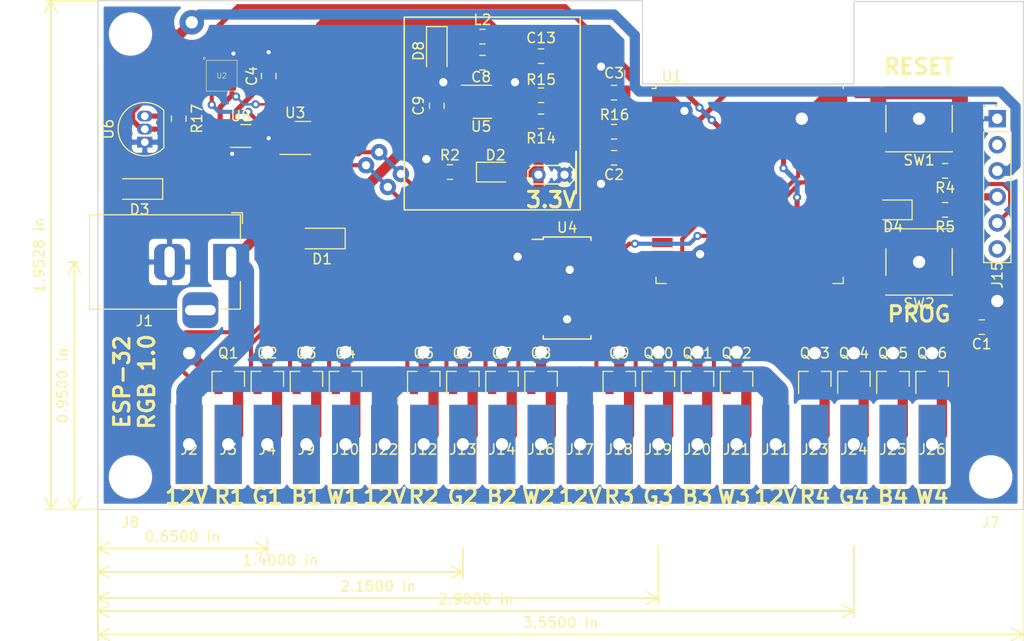
<source format=kicad_pcb>
(kicad_pcb (version 20171130) (host pcbnew "(5.1.0-0)")
  (layers (0 F.Cu signal hide) (31 B.Cu signal hide) (34 B.Paste user) (35 F.Paste user) (36 B.SilkS user) (37 F.SilkS user) (38 B.Mask user) (39 F.Mask user) (44 Edge.Cuts user))
  (net 0 "")
  (net 1 GND)
  (net 2 +3V3)
  (net 3 /RX)
  (net 4 /TX)
  (net 5 /DTR)
  (net 6 /CTS)
  (net 7 /VCC_FTDI)
  (net 8 +12V)
  (net 9 /RST)
  (net 10 /IO14)
  (net 11 /IO12)
  (net 12 /IO13)
  (net 13 /IO15)
  (net 14 "Net-(J8-Pad1)")
  (net 15 "Net-(J10-Pad1)")
  (net 16 "Net-(J12-Pad1)")
  (net 17 "Net-(U1-Pad5)")
  (net 18 "Net-(U1-Pad17)")
  (net 19 "Net-(U1-Pad18)")
  (net 20 "Net-(U1-Pad19)")
  (net 21 "Net-(U1-Pad20)")
  (net 22 "Net-(U1-Pad22)")
  (net 23 "Net-(U1-Pad24)")
  (net 24 "Net-(U1-Pad27)")
  (net 25 "Net-(U1-Pad28)")
  (net 26 "Net-(U1-Pad29)")
  (net 27 "Net-(U1-Pad31)")
  (net 28 "Net-(U1-Pad32)")
  (net 29 "Net-(U1-Pad37)")
  (net 30 "Net-(U1-Pad21)")
  (net 31 "Net-(D2-Pad1)")
  (net 32 /IO0)
  (net 33 /EXT4)
  (net 34 /EXT3)
  (net 35 /EXT2)
  (net 36 /EXT1)
  (net 37 "Net-(D4-Pad2)")
  (net 38 "Net-(D4-Pad1)")
  (net 39 "Net-(J5-Pad1)")
  (net 40 "Net-(J6-Pad1)")
  (net 41 "Net-(J7-Pad1)")
  (net 42 "Net-(J13-Pad1)")
  (net 43 "Net-(R4-Pad2)")
  (net 44 "Net-(U3-Pad7)")
  (net 45 "Net-(U3-Pad3)")
  (net 46 "Net-(U3-Pad4)")
  (net 47 ADC)
  (net 48 CHARGING)
  (net 49 "Net-(C8-Pad2)")
  (net 50 "Net-(C8-Pad1)")
  (net 51 "Net-(R14-Pad2)")
  (net 52 "Net-(U5-Pad3)")
  (net 53 ONE3)
  (net 54 "Net-(U8-Pad5)")
  (net 55 "Net-(U8-Pad4)")
  (net 56 SDA)
  (net 57 SCL)
  (net 58 "Net-(J3-Pad1)")
  (net 59 "Net-(J4-Pad1)")
  (net 60 "Net-(J9-Pad1)")
  (net 61 "Net-(J14-Pad1)")
  (net 62 "Net-(J16-Pad1)")
  (net 63 "Net-(J18-Pad1)")
  (net 64 "Net-(J19-Pad1)")
  (net 65 "Net-(J20-Pad1)")
  (net 66 "Net-(J21-Pad1)")
  (net 67 "Net-(J23-Pad1)")
  (net 68 "Net-(J24-Pad1)")
  (net 69 "Net-(J25-Pad1)")
  (net 70 "Net-(J26-Pad1)")
  (net 71 R1)
  (net 72 G1)
  (net 73 B1)
  (net 74 W1)
  (net 75 R2)
  (net 76 G2)
  (net 77 B2)
  (net 78 W2)
  (net 79 R3)
  (net 80 G3)
  (net 81 B3)
  (net 82 W3)
  (net 83 R4)
  (net 84 G4)
  (net 85 B4)
  (net 86 W4)
  (net 87 "Net-(U1-Pad6)")
  (net 88 "Net-(U1-Pad7)")
  (net 89 "Net-(U4-Pad25)")
  (net 90 "Net-(U4-Pad23)")
  (net 91 /ACT4088-33/VIN)
  (module PAD:pad_0.1x0.3_hole (layer F.Cu) (at 96.542 113.632)
    (fp_text reference J4 (at 0 0.5) (layer F.SilkS))
    (fp_text value G1)
    (fp_poly (pts (xy -1.27 -3.81) (xy -1.27 3.81) (xy 1.27 3.81) (xy 1.27 -3.81)) (layer B.Cu) (width 0.1))
    (fp_poly (pts (xy -1.27 -3.81) (xy -1.27 3.81) (xy 1.27 3.81) (xy 1.27 -3.81)) (layer F.Cu) (width 0.1))
    (pad 1 thru_hole circle (at 0 0) (size 2.5 2.5) (drill 1.2) (layers *.Cu *.Mask) (net 59 "Net-(J4-Pad1)"))
  )
  (module PAD:pad_0.1x0.3_hole (layer F.Cu) (at 92.732 113.632)
    (fp_text reference J3 (at 0 0.5) (layer F.SilkS))
    (fp_text value R1)
    (fp_poly (pts (xy -1.27 -3.81) (xy -1.27 3.81) (xy 1.27 3.81) (xy 1.27 -3.81)) (layer B.Cu) (width 0.1))
    (fp_poly (pts (xy -1.27 -3.81) (xy -1.27 3.81) (xy 1.27 3.81) (xy 1.27 -3.81)) (layer F.Cu) (width 0.1))
    (pad 1 thru_hole circle (at 0 0) (size 2.5 2.5) (drill 1.2) (layers *.Cu *.Mask) (net 58 "Net-(J3-Pad1)"))
  )
  (module PAD:pad_0.1x0.3_hole (layer F.Cu) (at 88.922 113.632)
    (fp_text reference J2 (at 0 0.5) (layer F.SilkS))
    (fp_text value +12V)
    (fp_poly (pts (xy -1.27 -3.81) (xy -1.27 3.81) (xy 1.27 3.81) (xy 1.27 -3.81)) (layer B.Cu) (width 0.1))
    (fp_poly (pts (xy -1.27 -3.81) (xy -1.27 3.81) (xy 1.27 3.81) (xy 1.27 -3.81)) (layer F.Cu) (width 0.1))
    (pad 1 thru_hole circle (at 0 0) (size 2.5 2.5) (drill 1.2) (layers *.Cu *.Mask) (net 8 +12V))
  )
  (module PAD:pad_0.1x0.3_hole (layer F.Cu) (at 161.312 113.632)
    (fp_text reference J26 (at 0 0.5) (layer F.SilkS))
    (fp_text value W1)
    (fp_poly (pts (xy -1.27 -3.81) (xy -1.27 3.81) (xy 1.27 3.81) (xy 1.27 -3.81)) (layer B.Cu) (width 0.1))
    (fp_poly (pts (xy -1.27 -3.81) (xy -1.27 3.81) (xy 1.27 3.81) (xy 1.27 -3.81)) (layer F.Cu) (width 0.1))
    (pad 1 thru_hole circle (at 0 0) (size 2.5 2.5) (drill 1.2) (layers *.Cu *.Mask) (net 70 "Net-(J26-Pad1)"))
  )
  (module PAD:pad_0.1x0.3_hole (layer F.Cu) (at 157.502 113.632)
    (fp_text reference J25 (at 0 0.5) (layer F.SilkS))
    (fp_text value B4)
    (fp_poly (pts (xy -1.27 -3.81) (xy -1.27 3.81) (xy 1.27 3.81) (xy 1.27 -3.81)) (layer B.Cu) (width 0.1))
    (fp_poly (pts (xy -1.27 -3.81) (xy -1.27 3.81) (xy 1.27 3.81) (xy 1.27 -3.81)) (layer F.Cu) (width 0.1))
    (pad 1 thru_hole circle (at 0 0) (size 2.5 2.5) (drill 1.2) (layers *.Cu *.Mask) (net 69 "Net-(J25-Pad1)"))
  )
  (module PAD:pad_0.1x0.3_hole (layer F.Cu) (at 153.692 113.632)
    (fp_text reference J24 (at 0 0.5) (layer F.SilkS))
    (fp_text value G4)
    (fp_poly (pts (xy -1.27 -3.81) (xy -1.27 3.81) (xy 1.27 3.81) (xy 1.27 -3.81)) (layer B.Cu) (width 0.1))
    (fp_poly (pts (xy -1.27 -3.81) (xy -1.27 3.81) (xy 1.27 3.81) (xy 1.27 -3.81)) (layer F.Cu) (width 0.1))
    (pad 1 thru_hole circle (at 0 0) (size 2.5 2.5) (drill 1.2) (layers *.Cu *.Mask) (net 68 "Net-(J24-Pad1)"))
  )
  (module PAD:pad_0.1x0.3_hole (layer F.Cu) (at 149.882 113.632)
    (fp_text reference J23 (at 0 0.5) (layer F.SilkS))
    (fp_text value R4)
    (fp_poly (pts (xy -1.27 -3.81) (xy -1.27 3.81) (xy 1.27 3.81) (xy 1.27 -3.81)) (layer B.Cu) (width 0.1))
    (fp_poly (pts (xy -1.27 -3.81) (xy -1.27 3.81) (xy 1.27 3.81) (xy 1.27 -3.81)) (layer F.Cu) (width 0.1))
    (pad 1 thru_hole circle (at 0 0) (size 2.5 2.5) (drill 1.2) (layers *.Cu *.Mask) (net 67 "Net-(J23-Pad1)"))
  )
  (module PAD:pad_0.1x0.3_hole (layer F.Cu) (at 107.972 113.632)
    (fp_text reference J22 (at 0 0.5) (layer F.SilkS))
    (fp_text value +12V)
    (fp_poly (pts (xy -1.27 -3.81) (xy -1.27 3.81) (xy 1.27 3.81) (xy 1.27 -3.81)) (layer B.Cu) (width 0.1))
    (fp_poly (pts (xy -1.27 -3.81) (xy -1.27 3.81) (xy 1.27 3.81) (xy 1.27 -3.81)) (layer F.Cu) (width 0.1))
    (pad 1 thru_hole circle (at 0 0) (size 2.5 2.5) (drill 1.2) (layers *.Cu *.Mask) (net 8 +12V))
  )
  (module PAD:pad_0.1x0.3_hole (layer F.Cu) (at 142.262 113.632)
    (fp_text reference J21 (at 0 0.5) (layer F.SilkS))
    (fp_text value W3)
    (fp_poly (pts (xy -1.27 -3.81) (xy -1.27 3.81) (xy 1.27 3.81) (xy 1.27 -3.81)) (layer B.Cu) (width 0.1))
    (fp_poly (pts (xy -1.27 -3.81) (xy -1.27 3.81) (xy 1.27 3.81) (xy 1.27 -3.81)) (layer F.Cu) (width 0.1))
    (pad 1 thru_hole circle (at 0 0) (size 2.5 2.5) (drill 1.2) (layers *.Cu *.Mask) (net 66 "Net-(J21-Pad1)"))
  )
  (module PAD:pad_0.1x0.3_hole (layer F.Cu) (at 138.452 113.632)
    (fp_text reference J20 (at 0 0.5) (layer F.SilkS))
    (fp_text value B3)
    (fp_poly (pts (xy -1.27 -3.81) (xy -1.27 3.81) (xy 1.27 3.81) (xy 1.27 -3.81)) (layer B.Cu) (width 0.1))
    (fp_poly (pts (xy -1.27 -3.81) (xy -1.27 3.81) (xy 1.27 3.81) (xy 1.27 -3.81)) (layer F.Cu) (width 0.1))
    (pad 1 thru_hole circle (at 0 0) (size 2.5 2.5) (drill 1.2) (layers *.Cu *.Mask) (net 65 "Net-(J20-Pad1)"))
  )
  (module PAD:pad_0.1x0.3_hole (layer F.Cu) (at 134.642 113.632)
    (fp_text reference J19 (at 0 0.5) (layer F.SilkS))
    (fp_text value G3)
    (fp_poly (pts (xy -1.27 -3.81) (xy -1.27 3.81) (xy 1.27 3.81) (xy 1.27 -3.81)) (layer B.Cu) (width 0.1))
    (fp_poly (pts (xy -1.27 -3.81) (xy -1.27 3.81) (xy 1.27 3.81) (xy 1.27 -3.81)) (layer F.Cu) (width 0.1))
    (pad 1 thru_hole circle (at 0 0) (size 2.5 2.5) (drill 1.2) (layers *.Cu *.Mask) (net 64 "Net-(J19-Pad1)"))
  )
  (module PAD:pad_0.1x0.3_hole (layer F.Cu) (at 130.832 113.632)
    (fp_text reference J18 (at 0 0.5) (layer F.SilkS))
    (fp_text value R3)
    (fp_poly (pts (xy -1.27 -3.81) (xy -1.27 3.81) (xy 1.27 3.81) (xy 1.27 -3.81)) (layer B.Cu) (width 0.1))
    (fp_poly (pts (xy -1.27 -3.81) (xy -1.27 3.81) (xy 1.27 3.81) (xy 1.27 -3.81)) (layer F.Cu) (width 0.1))
    (pad 1 thru_hole circle (at 0 0) (size 2.5 2.5) (drill 1.2) (layers *.Cu *.Mask) (net 63 "Net-(J18-Pad1)"))
  )
  (module PAD:pad_0.1x0.3_hole (layer F.Cu) (at 127.022 113.632)
    (fp_text reference J17 (at 0 0.5) (layer F.SilkS))
    (fp_text value +12V)
    (fp_poly (pts (xy -1.27 -3.81) (xy -1.27 3.81) (xy 1.27 3.81) (xy 1.27 -3.81)) (layer B.Cu) (width 0.1))
    (fp_poly (pts (xy -1.27 -3.81) (xy -1.27 3.81) (xy 1.27 3.81) (xy 1.27 -3.81)) (layer F.Cu) (width 0.1))
    (pad 1 thru_hole circle (at 0 0) (size 2.5 2.5) (drill 1.2) (layers *.Cu *.Mask) (net 8 +12V))
  )
  (module PAD:pad_0.1x0.3_hole (layer F.Cu) (at 123.212 113.632)
    (fp_text reference J16 (at 0 0.5) (layer F.SilkS))
    (fp_text value W2)
    (fp_poly (pts (xy -1.27 -3.81) (xy -1.27 3.81) (xy 1.27 3.81) (xy 1.27 -3.81)) (layer B.Cu) (width 0.1))
    (fp_poly (pts (xy -1.27 -3.81) (xy -1.27 3.81) (xy 1.27 3.81) (xy 1.27 -3.81)) (layer F.Cu) (width 0.1))
    (pad 1 thru_hole circle (at 0 0) (size 2.5 2.5) (drill 1.2) (layers *.Cu *.Mask) (net 62 "Net-(J16-Pad1)"))
  )
  (module PAD:pad_0.1x0.3_hole (layer F.Cu) (at 119.402 113.632)
    (fp_text reference J14 (at 0 0.5) (layer F.SilkS))
    (fp_text value B2)
    (fp_poly (pts (xy -1.27 -3.81) (xy -1.27 3.81) (xy 1.27 3.81) (xy 1.27 -3.81)) (layer B.Cu) (width 0.1))
    (fp_poly (pts (xy -1.27 -3.81) (xy -1.27 3.81) (xy 1.27 3.81) (xy 1.27 -3.81)) (layer F.Cu) (width 0.1))
    (pad 1 thru_hole circle (at 0 0) (size 2.5 2.5) (drill 1.2) (layers *.Cu *.Mask) (net 61 "Net-(J14-Pad1)"))
  )
  (module PAD:pad_0.1x0.3_hole (layer F.Cu) (at 115.592 113.632)
    (fp_text reference J13 (at 0 0.5) (layer F.SilkS))
    (fp_text value G2)
    (fp_poly (pts (xy -1.27 -3.81) (xy -1.27 3.81) (xy 1.27 3.81) (xy 1.27 -3.81)) (layer B.Cu) (width 0.1))
    (fp_poly (pts (xy -1.27 -3.81) (xy -1.27 3.81) (xy 1.27 3.81) (xy 1.27 -3.81)) (layer F.Cu) (width 0.1))
    (pad 1 thru_hole circle (at 0 0) (size 2.5 2.5) (drill 1.2) (layers *.Cu *.Mask) (net 42 "Net-(J13-Pad1)"))
  )
  (module PAD:pad_0.1x0.3_hole (layer F.Cu) (at 111.782 113.632)
    (fp_text reference J12 (at 0 0.5) (layer F.SilkS))
    (fp_text value R2)
    (fp_poly (pts (xy -1.27 -3.81) (xy -1.27 3.81) (xy 1.27 3.81) (xy 1.27 -3.81)) (layer B.Cu) (width 0.1))
    (fp_poly (pts (xy -1.27 -3.81) (xy -1.27 3.81) (xy 1.27 3.81) (xy 1.27 -3.81)) (layer F.Cu) (width 0.1))
    (pad 1 thru_hole circle (at 0 0) (size 2.5 2.5) (drill 1.2) (layers *.Cu *.Mask) (net 16 "Net-(J12-Pad1)"))
  )
  (module PAD:pad_0.1x0.3_hole (layer F.Cu) (at 146.072 113.632)
    (fp_text reference J11 (at 0 0.5) (layer F.SilkS))
    (fp_text value +12V)
    (fp_poly (pts (xy -1.27 -3.81) (xy -1.27 3.81) (xy 1.27 3.81) (xy 1.27 -3.81)) (layer B.Cu) (width 0.1))
    (fp_poly (pts (xy -1.27 -3.81) (xy -1.27 3.81) (xy 1.27 3.81) (xy 1.27 -3.81)) (layer F.Cu) (width 0.1))
    (pad 1 thru_hole circle (at 0 0) (size 2.5 2.5) (drill 1.2) (layers *.Cu *.Mask) (net 8 +12V))
  )
  (module PAD:pad_0.1x0.3_hole (layer F.Cu) (at 104.162 113.632)
    (fp_text reference J10 (at 0 0.5) (layer F.SilkS))
    (fp_text value W1)
    (fp_poly (pts (xy -1.27 -3.81) (xy -1.27 3.81) (xy 1.27 3.81) (xy 1.27 -3.81)) (layer B.Cu) (width 0.1))
    (fp_poly (pts (xy -1.27 -3.81) (xy -1.27 3.81) (xy 1.27 3.81) (xy 1.27 -3.81)) (layer F.Cu) (width 0.1))
    (pad 1 thru_hole circle (at 0 0) (size 2.5 2.5) (drill 1.2) (layers *.Cu *.Mask) (net 15 "Net-(J10-Pad1)"))
  )
  (module PAD:pad_0.1x0.3_hole (layer F.Cu) (at 100.352 113.632)
    (fp_text reference J9 (at 0 0.5) (layer F.SilkS))
    (fp_text value B1)
    (fp_poly (pts (xy -1.27 -3.81) (xy -1.27 3.81) (xy 1.27 3.81) (xy 1.27 -3.81)) (layer B.Cu) (width 0.1))
    (fp_poly (pts (xy -1.27 -3.81) (xy -1.27 3.81) (xy 1.27 3.81) (xy 1.27 -3.81)) (layer F.Cu) (width 0.1))
    (pad 1 thru_hole circle (at 0 0) (size 2.5 2.5) (drill 1.2) (layers *.Cu *.Mask) (net 60 "Net-(J9-Pad1)"))
  )
  (module RF_Module:ESP32-WROOM-32U (layer F.Cu) (at 143.532 88.232)
    (fp_text reference U1 (at -7.58 -10.5 180) (layer F.SilkS))
    (fp_text value ESP32-WROOM-32U)
    (pad 39 smd rect (at -1 -0.755) (size 5 5) (layers F.Cu F.Paste F.Mask))
    (pad 1 smd rect (at -8.5 -8.255) (size 2 0.9) (layers F.Cu F.Paste F.Mask) (net 1 GND))
    (pad 2 smd rect (at -8.5 -6.985) (size 2 0.9) (layers F.Cu F.Paste F.Mask) (net 2 +3V3))
    (pad 3 smd rect (at -8.5 -5.715) (size 2 0.9) (layers F.Cu F.Paste F.Mask) (net 9 /RST))
    (pad 4 smd rect (at -8.5 -4.445) (size 2 0.9) (layers F.Cu F.Paste F.Mask) (net 48 CHARGING))
    (pad 5 smd rect (at -8.5 -3.175) (size 2 0.9) (layers F.Cu F.Paste F.Mask) (net 17 "Net-(U1-Pad5)"))
    (pad 6 smd rect (at -8.5 -1.905) (size 2 0.9) (layers F.Cu F.Paste F.Mask) (net 87 "Net-(U1-Pad6)"))
    (pad 7 smd rect (at -8.5 -0.635) (size 2 0.9) (layers F.Cu F.Paste F.Mask) (net 88 "Net-(U1-Pad7)"))
    (pad 8 smd rect (at -8.5 0.635) (size 2 0.9) (layers F.Cu F.Paste F.Mask) (net 34 /EXT3))
    (pad 9 smd rect (at -8.5 1.905) (size 2 0.9) (layers F.Cu F.Paste F.Mask) (net 33 /EXT4))
    (pad 10 smd rect (at -8.5 3.175) (size 2 0.9) (layers F.Cu F.Paste F.Mask) (net 36 /EXT1))
    (pad 11 smd rect (at -8.5 4.445) (size 2 0.9) (layers F.Cu F.Paste F.Mask) (net 35 /EXT2))
    (pad 12 smd rect (at -8.5 5.715) (size 2 0.9) (layers F.Cu F.Paste F.Mask) (net 47 ADC))
    (pad 13 smd rect (at -8.5 6.985) (size 2 0.9) (layers F.Cu F.Paste F.Mask) (net 10 /IO14))
    (pad 14 smd rect (at -8.5 8.255) (size 2 0.9) (layers F.Cu F.Paste F.Mask) (net 11 /IO12))
    (pad 15 smd rect (at -5.715 9.255 270) (size 2 0.9) (layers F.Cu F.Paste F.Mask) (net 1 GND))
    (pad 16 smd rect (at -4.445 9.255 90) (size 2 0.9) (layers F.Cu F.Paste F.Mask) (net 12 /IO13))
    (pad 17 smd rect (at -3.175 9.255 90) (size 2 0.9) (layers F.Cu F.Paste F.Mask) (net 18 "Net-(U1-Pad17)"))
    (pad 18 smd rect (at -1.905 9.255 90) (size 2 0.9) (layers F.Cu F.Paste F.Mask) (net 19 "Net-(U1-Pad18)"))
    (pad 19 smd rect (at -0.635 9.255 90) (size 2 0.9) (layers F.Cu F.Paste F.Mask) (net 20 "Net-(U1-Pad19)"))
    (pad 20 smd rect (at 0.635 9.255 90) (size 2 0.9) (layers F.Cu F.Paste F.Mask) (net 21 "Net-(U1-Pad20)"))
    (pad 21 smd rect (at 1.905 9.255 90) (size 2 0.9) (layers F.Cu F.Paste F.Mask) (net 30 "Net-(U1-Pad21)"))
    (pad 22 smd rect (at 3.175 9.255 90) (size 2 0.9) (layers F.Cu F.Paste F.Mask) (net 22 "Net-(U1-Pad22)"))
    (pad 23 smd rect (at 4.445 9.255 90) (size 2 0.9) (layers F.Cu F.Paste F.Mask) (net 13 /IO15))
    (pad 24 smd rect (at 5.715 9.255 90) (size 2 0.9) (layers F.Cu F.Paste F.Mask) (net 23 "Net-(U1-Pad24)"))
    (pad 25 smd rect (at 8.5 8.255) (size 2 0.9) (layers F.Cu F.Paste F.Mask) (net 32 /IO0))
    (pad 26 smd rect (at 8.5 6.985) (size 2 0.9) (layers F.Cu F.Paste F.Mask) (net 53 ONE3))
    (pad 27 smd rect (at 8.5 5.715) (size 2 0.9) (layers F.Cu F.Paste F.Mask) (net 24 "Net-(U1-Pad27)"))
    (pad 28 smd rect (at 8.5 4.445) (size 2 0.9) (layers F.Cu F.Paste F.Mask) (net 25 "Net-(U1-Pad28)"))
    (pad 29 smd rect (at 8.5 3.175) (size 2 0.9) (layers F.Cu F.Paste F.Mask) (net 26 "Net-(U1-Pad29)"))
    (pad 30 smd rect (at 8.5 1.905) (size 2 0.9) (layers F.Cu F.Paste F.Mask) (net 37 "Net-(D4-Pad2)"))
    (pad 31 smd rect (at 8.5 0.635) (size 2 0.9) (layers F.Cu F.Paste F.Mask) (net 27 "Net-(U1-Pad31)"))
    (pad 32 smd rect (at 8.5 -0.635) (size 2 0.9) (layers F.Cu F.Paste F.Mask) (net 28 "Net-(U1-Pad32)"))
    (pad 33 smd rect (at 8.5 -1.905) (size 2 0.9) (layers F.Cu F.Paste F.Mask) (net 56 SDA))
    (pad 34 smd rect (at 8.5 -3.175) (size 2 0.9) (layers F.Cu F.Paste F.Mask) (net 3 /RX))
    (pad 35 smd rect (at 8.5 -4.445) (size 2 0.9) (layers F.Cu F.Paste F.Mask) (net 43 "Net-(R4-Pad2)"))
    (pad 36 smd rect (at 8.5 -5.715) (size 2 0.9) (layers F.Cu F.Paste F.Mask) (net 57 SCL))
    (pad 37 smd rect (at 8.5 -6.985) (size 2 0.9) (layers F.Cu F.Paste F.Mask) (net 29 "Net-(U1-Pad37)"))
    (pad 38 smd rect (at 8.5 -8.255) (size 2 0.9) (layers F.Cu F.Paste F.Mask) (net 1 GND))
  )
  (module Diode_SMD:D_SOD-123 (layer F.Cu) (at 84.096 88.74 180)
    (fp_text reference D3 (at 0 -2 180) (layer F.SilkS))
    (fp_text value D_Schottky)
    (pad 2 smd rect (at 1.65 0 180) (size 0.9 1.2) (layers F.Cu F.Paste F.Mask) (net 7 /VCC_FTDI))
    (pad 1 smd rect (at -1.65 0 180) (size 0.9 1.2) (layers F.Cu F.Paste F.Mask) (net 91 /ACT4088-33/VIN))
  )
  (module Diode_SMD:D_SOD-123 (layer F.Cu) (at 101.876 93.566 180)
    (fp_text reference D1 (at 0 -2 180) (layer F.SilkS))
    (fp_text value D_Schottky)
    (pad 2 smd rect (at 1.65 0 180) (size 0.9 1.2) (layers F.Cu F.Paste F.Mask) (net 8 +12V))
    (pad 1 smd rect (at -1.65 0 180) (size 0.9 1.2) (layers F.Cu F.Paste F.Mask) (net 91 /ACT4088-33/VIN))
  )
  (module Package_TO_SOT_THT:TO-92_Inline (layer F.Cu) (at 84.604 84.168 90)
    (fp_text reference U6 (at 1.27 -3.56 90) (layer F.SilkS))
    (fp_text value DS18B20)
    (pad 1 thru_hole rect (at 0 0 90) (size 1.05 1.5) (drill 0.75) (layers *.Cu *.Mask) (net 1 GND))
    (pad 3 thru_hole oval (at 2.54 0 90) (size 1.05 1.5) (drill 0.75) (layers *.Cu *.Mask) (net 2 +3V3))
    (pad 2 thru_hole oval (at 1.27 0 90) (size 1.05 1.5) (drill 0.75) (layers *.Cu *.Mask) (net 53 ONE3))
  )
  (module Package_SO:TSSOP-28_4.4x9.7mm_P0.65mm (layer F.Cu) (at 125.752 98.392)
    (fp_text reference U4 (at 0 -5.9) (layer F.SilkS))
    (fp_text value PCA9685PW)
    (pad 28 smd rect (at 2.85 -4.225) (size 1.1 0.4) (layers F.Cu F.Paste F.Mask) (net 2 +3V3))
    (pad 27 smd rect (at 2.85 -3.575) (size 1.1 0.4) (layers F.Cu F.Paste F.Mask) (net 56 SDA))
    (pad 26 smd rect (at 2.85 -2.925) (size 1.1 0.4) (layers F.Cu F.Paste F.Mask) (net 57 SCL))
    (pad 25 smd rect (at 2.85 -2.275) (size 1.1 0.4) (layers F.Cu F.Paste F.Mask) (net 89 "Net-(U4-Pad25)"))
    (pad 24 smd rect (at 2.85 -1.625) (size 1.1 0.4) (layers F.Cu F.Paste F.Mask) (net 1 GND))
    (pad 23 smd rect (at 2.85 -0.975) (size 1.1 0.4) (layers F.Cu F.Paste F.Mask) (net 90 "Net-(U4-Pad23)"))
    (pad 22 smd rect (at 2.85 -0.325) (size 1.1 0.4) (layers F.Cu F.Paste F.Mask) (net 86 W4))
    (pad 21 smd rect (at 2.85 0.325) (size 1.1 0.4) (layers F.Cu F.Paste F.Mask) (net 85 B4))
    (pad 20 smd rect (at 2.85 0.975) (size 1.1 0.4) (layers F.Cu F.Paste F.Mask) (net 84 G4))
    (pad 19 smd rect (at 2.85 1.625) (size 1.1 0.4) (layers F.Cu F.Paste F.Mask) (net 83 R4))
    (pad 18 smd rect (at 2.85 2.275) (size 1.1 0.4) (layers F.Cu F.Paste F.Mask) (net 82 W3))
    (pad 17 smd rect (at 2.85 2.925) (size 1.1 0.4) (layers F.Cu F.Paste F.Mask) (net 81 B3))
    (pad 16 smd rect (at 2.85 3.575) (size 1.1 0.4) (layers F.Cu F.Paste F.Mask) (net 80 G3))
    (pad 15 smd rect (at 2.85 4.225) (size 1.1 0.4) (layers F.Cu F.Paste F.Mask) (net 79 R3))
    (pad 14 smd rect (at -2.85 4.225) (size 1.1 0.4) (layers F.Cu F.Paste F.Mask) (net 1 GND))
    (pad 13 smd rect (at -2.85 3.575) (size 1.1 0.4) (layers F.Cu F.Paste F.Mask) (net 78 W2))
    (pad 12 smd rect (at -2.85 2.925) (size 1.1 0.4) (layers F.Cu F.Paste F.Mask) (net 77 B2))
    (pad 11 smd rect (at -2.85 2.275) (size 1.1 0.4) (layers F.Cu F.Paste F.Mask) (net 76 G2))
    (pad 10 smd rect (at -2.85 1.625) (size 1.1 0.4) (layers F.Cu F.Paste F.Mask) (net 75 R2))
    (pad 9 smd rect (at -2.85 0.975) (size 1.1 0.4) (layers F.Cu F.Paste F.Mask) (net 74 W1))
    (pad 8 smd rect (at -2.85 0.325) (size 1.1 0.4) (layers F.Cu F.Paste F.Mask) (net 73 B1))
    (pad 7 smd rect (at -2.85 -0.325) (size 1.1 0.4) (layers F.Cu F.Paste F.Mask) (net 72 G1))
    (pad 6 smd rect (at -2.85 -0.975) (size 1.1 0.4) (layers F.Cu F.Paste F.Mask) (net 71 R1))
    (pad 5 smd rect (at -2.85 -1.625) (size 1.1 0.4) (layers F.Cu F.Paste F.Mask) (net 1 GND))
    (pad 4 smd rect (at -2.85 -2.275) (size 1.1 0.4) (layers F.Cu F.Paste F.Mask) (net 1 GND))
    (pad 3 smd rect (at -2.85 -2.925) (size 1.1 0.4) (layers F.Cu F.Paste F.Mask) (net 1 GND))
    (pad 2 smd rect (at -2.85 -3.575) (size 1.1 0.4) (layers F.Cu F.Paste F.Mask) (net 1 GND))
    (pad 1 smd rect (at -2.85 -4.225) (size 1.1 0.4) (layers F.Cu F.Paste F.Mask) (net 1 GND))
  )
  (module Package_TO_SOT_SMD:SOT-23 (layer F.Cu) (at 161.312 107.282 90)
    (fp_text reference Q16 (at 2.54 0 180) (layer F.SilkS))
    (fp_text value ZXMS6004)
    (pad 3 smd rect (at 1 0 90) (size 0.9 0.8) (layers F.Cu F.Paste F.Mask) (net 1 GND))
    (pad 2 smd rect (at -1 0.95 90) (size 0.9 0.8) (layers F.Cu F.Paste F.Mask) (net 70 "Net-(J26-Pad1)"))
    (pad 1 smd rect (at -1 -0.95 90) (size 0.9 0.8) (layers F.Cu F.Paste F.Mask) (net 86 W4))
  )
  (module Package_TO_SOT_SMD:SOT-23 (layer F.Cu) (at 157.502 107.282 90)
    (fp_text reference Q15 (at 2.54 0 180) (layer F.SilkS))
    (fp_text value ZXMS6004)
    (pad 3 smd rect (at 1 0 90) (size 0.9 0.8) (layers F.Cu F.Paste F.Mask) (net 1 GND))
    (pad 2 smd rect (at -1 0.95 90) (size 0.9 0.8) (layers F.Cu F.Paste F.Mask) (net 69 "Net-(J25-Pad1)"))
    (pad 1 smd rect (at -1 -0.95 90) (size 0.9 0.8) (layers F.Cu F.Paste F.Mask) (net 85 B4))
  )
  (module Package_TO_SOT_SMD:SOT-23 (layer F.Cu) (at 153.692 107.282 90)
    (fp_text reference Q14 (at 2.54 0 180) (layer F.SilkS))
    (fp_text value ZXMS6004)
    (pad 3 smd rect (at 1 0 90) (size 0.9 0.8) (layers F.Cu F.Paste F.Mask) (net 1 GND))
    (pad 2 smd rect (at -1 0.95 90) (size 0.9 0.8) (layers F.Cu F.Paste F.Mask) (net 68 "Net-(J24-Pad1)"))
    (pad 1 smd rect (at -1 -0.95 90) (size 0.9 0.8) (layers F.Cu F.Paste F.Mask) (net 84 G4))
  )
  (module Package_TO_SOT_SMD:SOT-23 (layer F.Cu) (at 149.882 107.282 90)
    (fp_text reference Q13 (at 2.54 0 180) (layer F.SilkS))
    (fp_text value ZXMS6004)
    (pad 3 smd rect (at 1 0 90) (size 0.9 0.8) (layers F.Cu F.Paste F.Mask) (net 1 GND))
    (pad 2 smd rect (at -1 0.95 90) (size 0.9 0.8) (layers F.Cu F.Paste F.Mask) (net 67 "Net-(J23-Pad1)"))
    (pad 1 smd rect (at -1 -0.95 90) (size 0.9 0.8) (layers F.Cu F.Paste F.Mask) (net 83 R4))
  )
  (module Package_TO_SOT_SMD:SOT-23 (layer F.Cu) (at 142.262 107.282 90)
    (fp_text reference Q12 (at 2.54 0 180) (layer F.SilkS))
    (fp_text value ZXMS6004)
    (pad 3 smd rect (at 1 0 90) (size 0.9 0.8) (layers F.Cu F.Paste F.Mask) (net 1 GND))
    (pad 2 smd rect (at -1 0.95 90) (size 0.9 0.8) (layers F.Cu F.Paste F.Mask) (net 66 "Net-(J21-Pad1)"))
    (pad 1 smd rect (at -1 -0.95 90) (size 0.9 0.8) (layers F.Cu F.Paste F.Mask) (net 82 W3))
  )
  (module Package_TO_SOT_SMD:SOT-23 (layer F.Cu) (at 138.452 107.282 90)
    (fp_text reference Q11 (at 2.54 0 180) (layer F.SilkS))
    (fp_text value ZXMS6004)
    (pad 3 smd rect (at 1 0 90) (size 0.9 0.8) (layers F.Cu F.Paste F.Mask) (net 1 GND))
    (pad 2 smd rect (at -1 0.95 90) (size 0.9 0.8) (layers F.Cu F.Paste F.Mask) (net 65 "Net-(J20-Pad1)"))
    (pad 1 smd rect (at -1 -0.95 90) (size 0.9 0.8) (layers F.Cu F.Paste F.Mask) (net 81 B3))
  )
  (module Package_TO_SOT_SMD:SOT-23 (layer F.Cu) (at 134.642 107.282 90)
    (fp_text reference Q10 (at 2.54 0 180) (layer F.SilkS))
    (fp_text value ZXMS6004)
    (pad 3 smd rect (at 1 0 90) (size 0.9 0.8) (layers F.Cu F.Paste F.Mask) (net 1 GND))
    (pad 2 smd rect (at -1 0.95 90) (size 0.9 0.8) (layers F.Cu F.Paste F.Mask) (net 64 "Net-(J19-Pad1)"))
    (pad 1 smd rect (at -1 -0.95 90) (size 0.9 0.8) (layers F.Cu F.Paste F.Mask) (net 80 G3))
  )
  (module Package_TO_SOT_SMD:SOT-23 (layer F.Cu) (at 130.832 107.282 90)
    (fp_text reference Q9 (at 2.54 0 180) (layer F.SilkS))
    (fp_text value ZXMS6004)
    (pad 3 smd rect (at 1 0 90) (size 0.9 0.8) (layers F.Cu F.Paste F.Mask) (net 1 GND))
    (pad 2 smd rect (at -1 0.95 90) (size 0.9 0.8) (layers F.Cu F.Paste F.Mask) (net 63 "Net-(J18-Pad1)"))
    (pad 1 smd rect (at -1 -0.95 90) (size 0.9 0.8) (layers F.Cu F.Paste F.Mask) (net 79 R3))
  )
  (module Package_TO_SOT_SMD:SOT-23 (layer F.Cu) (at 123.212 107.282 90)
    (fp_text reference Q8 (at 2.54 0 180) (layer F.SilkS))
    (fp_text value ZXMS6004)
    (pad 3 smd rect (at 1 0 90) (size 0.9 0.8) (layers F.Cu F.Paste F.Mask) (net 1 GND))
    (pad 2 smd rect (at -1 0.95 90) (size 0.9 0.8) (layers F.Cu F.Paste F.Mask) (net 62 "Net-(J16-Pad1)"))
    (pad 1 smd rect (at -1 -0.95 90) (size 0.9 0.8) (layers F.Cu F.Paste F.Mask) (net 78 W2))
  )
  (module Package_TO_SOT_SMD:SOT-23 (layer F.Cu) (at 119.402 107.282 90)
    (fp_text reference Q7 (at 2.54 0 180) (layer F.SilkS))
    (fp_text value ZXMS6004)
    (pad 3 smd rect (at 1 0 90) (size 0.9 0.8) (layers F.Cu F.Paste F.Mask) (net 1 GND))
    (pad 2 smd rect (at -1 0.95 90) (size 0.9 0.8) (layers F.Cu F.Paste F.Mask) (net 61 "Net-(J14-Pad1)"))
    (pad 1 smd rect (at -1 -0.95 90) (size 0.9 0.8) (layers F.Cu F.Paste F.Mask) (net 77 B2))
  )
  (module Package_TO_SOT_SMD:SOT-23 (layer F.Cu) (at 115.592 107.282 90)
    (fp_text reference Q6 (at 2.54 0 180) (layer F.SilkS))
    (fp_text value ZXMS6004)
    (pad 3 smd rect (at 1 0 90) (size 0.9 0.8) (layers F.Cu F.Paste F.Mask) (net 1 GND))
    (pad 2 smd rect (at -1 0.95 90) (size 0.9 0.8) (layers F.Cu F.Paste F.Mask) (net 42 "Net-(J13-Pad1)"))
    (pad 1 smd rect (at -1 -0.95 90) (size 0.9 0.8) (layers F.Cu F.Paste F.Mask) (net 76 G2))
  )
  (module Package_TO_SOT_SMD:SOT-23 (layer F.Cu) (at 111.782 107.282 90)
    (fp_text reference Q5 (at 2.54 0 180) (layer F.SilkS))
    (fp_text value ZXMS6004)
    (pad 3 smd rect (at 1 0 90) (size 0.9 0.8) (layers F.Cu F.Paste F.Mask) (net 1 GND))
    (pad 2 smd rect (at -1 0.95 90) (size 0.9 0.8) (layers F.Cu F.Paste F.Mask) (net 16 "Net-(J12-Pad1)"))
    (pad 1 smd rect (at -1 -0.95 90) (size 0.9 0.8) (layers F.Cu F.Paste F.Mask) (net 75 R2))
  )
  (module Package_TO_SOT_SMD:SOT-23 (layer F.Cu) (at 104.162 107.282 90)
    (fp_text reference Q4 (at 2.54 0 180) (layer F.SilkS))
    (fp_text value ZXMS6004)
    (pad 3 smd rect (at 1 0 90) (size 0.9 0.8) (layers F.Cu F.Paste F.Mask) (net 1 GND))
    (pad 2 smd rect (at -1 0.95 90) (size 0.9 0.8) (layers F.Cu F.Paste F.Mask) (net 15 "Net-(J10-Pad1)"))
    (pad 1 smd rect (at -1 -0.95 90) (size 0.9 0.8) (layers F.Cu F.Paste F.Mask) (net 74 W1))
  )
  (module Package_TO_SOT_SMD:SOT-23 (layer F.Cu) (at 100.352 107.282 90)
    (fp_text reference Q3 (at 2.54 0 180) (layer F.SilkS))
    (fp_text value ZXMS6004)
    (pad 3 smd rect (at 1 0 90) (size 0.9 0.8) (layers F.Cu F.Paste F.Mask) (net 1 GND))
    (pad 2 smd rect (at -1 0.95 90) (size 0.9 0.8) (layers F.Cu F.Paste F.Mask) (net 60 "Net-(J9-Pad1)"))
    (pad 1 smd rect (at -1 -0.95 90) (size 0.9 0.8) (layers F.Cu F.Paste F.Mask) (net 73 B1))
  )
  (module Package_TO_SOT_SMD:SOT-23 (layer F.Cu) (at 96.542 107.282 90)
    (fp_text reference Q2 (at 2.54 0 180) (layer F.SilkS))
    (fp_text value ZXMS6004)
    (pad 3 smd rect (at 1 0 90) (size 0.9 0.8) (layers F.Cu F.Paste F.Mask) (net 1 GND))
    (pad 2 smd rect (at -1 0.95 90) (size 0.9 0.8) (layers F.Cu F.Paste F.Mask) (net 59 "Net-(J4-Pad1)"))
    (pad 1 smd rect (at -1 -0.95 90) (size 0.9 0.8) (layers F.Cu F.Paste F.Mask) (net 72 G1))
  )
  (module Package_TO_SOT_SMD:SOT-23 (layer F.Cu) (at 92.732 107.282 90)
    (fp_text reference Q1 (at 2.54 0 180) (layer F.SilkS))
    (fp_text value ZXMS6004)
    (pad 3 smd rect (at 1 0 90) (size 0.9 0.8) (layers F.Cu F.Paste F.Mask) (net 1 GND))
    (pad 2 smd rect (at -1 0.95 90) (size 0.9 0.8) (layers F.Cu F.Paste F.Mask) (net 58 "Net-(J3-Pad1)"))
    (pad 1 smd rect (at -1 -0.95 90) (size 0.9 0.8) (layers F.Cu F.Paste F.Mask) (net 71 R1))
  )
  (module OptoDevice:Broadcom_DFN-6_2x2mm_P0.65mm (layer F.Cu) (at 93.9545 83.566)
    (fp_text reference U8 (at 0 -1.95) (layer F.SilkS))
    (fp_text value TCS3400)
    (pad 6 smd roundrect (at 0.7875 -0.65) (size 1.175 0.3) (layers F.Cu F.Paste F.Mask) (net 56 SDA))
    (pad 5 smd roundrect (at 0.7875 0) (size 1.175 0.3) (layers F.Cu F.Paste F.Mask) (net 54 "Net-(U8-Pad5)"))
    (pad 4 smd roundrect (at 0.7875 0.65) (size 1.175 0.3) (layers F.Cu F.Paste F.Mask) (net 55 "Net-(U8-Pad4)"))
    (pad 3 smd roundrect (at -0.7875 0.65) (size 1.175 0.3) (layers F.Cu F.Paste F.Mask) (net 1 GND))
    (pad 2 smd roundrect (at -0.7875 0) (size 1.175 0.3) (layers F.Cu F.Paste F.Mask) (net 57 SCL))
    (pad 1 smd roundrect (at -0.7875 -0.65) (size 1.175 0.3) (layers F.Cu F.Paste F.Mask) (net 2 +3V3))
  )
  (module Resistor_SMD:R_0805_2012Metric_Pad1.15x1.40mm_HandSolder (layer F.Cu) (at 87.906 81.882 270)
    (fp_text reference R17 (at 0 -1.778 270) (layer F.SilkS))
    (fp_text value 4.7k)
    (pad 2 smd roundrect (at 1.025 0 270) (size 1.15 1.4) (layers F.Cu F.Paste F.Mask) (roundrect_rratio 0.217391) (net 53 ONE3))
    (pad 1 smd roundrect (at -1.025 0 270) (size 1.15 1.4) (layers F.Cu F.Paste F.Mask) (roundrect_rratio 0.217391) (net 2 +3V3))
  )
  (module Resistor_SMD:R_0805_2012Metric_Pad1.15x1.40mm_HandSolder (layer F.Cu) (at 130.324 83.152)
    (fp_text reference R16 (at 0.046354 -1.654863) (layer F.SilkS))
    (fp_text value 10k)
    (pad 2 smd roundrect (at 1.025 0) (size 1.15 1.4) (layers F.Cu F.Paste F.Mask) (roundrect_rratio 0.217391) (net 9 /RST))
    (pad 1 smd roundrect (at -1.025 0) (size 1.15 1.4) (layers F.Cu F.Paste F.Mask) (roundrect_rratio 0.217391) (net 2 +3V3))
  )
  (module Diode_SMD:D_SOD-123 (layer F.Cu) (at 113.052 75.151 270)
    (fp_text reference D8 (at 0.127 1.778 270) (layer F.SilkS))
    (fp_text value B240A)
    (pad 2 smd rect (at 1.65 0 270) (size 0.9 1.2) (layers F.Cu F.Paste F.Mask) (net 1 GND))
    (pad 1 smd rect (at -1.65 0 270) (size 0.9 1.2) (layers F.Cu F.Paste F.Mask) (net 49 "Net-(C8-Pad2)"))
  )
  (module Package_TO_SOT_SMD:SOT-23-6_Handsoldering (layer F.Cu) (at 117.497 80.231)
    (fp_text reference U5 (at -0.127 2.413) (layer F.SilkS))
    (fp_text value ACT4088)
    (pad 5 smd rect (at 1.35 0) (size 1.56 0.65) (layers F.Cu F.Paste F.Mask) (net 1 GND))
    (pad 6 smd rect (at 1.35 -0.95) (size 1.56 0.65) (layers F.Cu F.Paste F.Mask) (net 50 "Net-(C8-Pad1)"))
    (pad 4 smd rect (at 1.35 0.95) (size 1.56 0.65) (layers F.Cu F.Paste F.Mask) (net 51 "Net-(R14-Pad2)"))
    (pad 3 smd rect (at -1.35 0.95) (size 1.56 0.65) (layers F.Cu F.Paste F.Mask) (net 52 "Net-(U5-Pad3)"))
    (pad 2 smd rect (at -1.35 0) (size 1.56 0.65) (layers F.Cu F.Paste F.Mask) (net 91 /ACT4088-33/VIN))
    (pad 1 smd rect (at -1.35 -0.95) (size 1.56 0.65) (layers F.Cu F.Paste F.Mask) (net 49 "Net-(C8-Pad2)"))
  )
  (module Resistor_SMD:R_0805_2012Metric_Pad1.15x1.40mm_HandSolder (layer F.Cu) (at 123.212 79.596 180)
    (fp_text reference R15 (at 0 1.524 180) (layer F.SilkS))
    (fp_text value 16.23k)
    (pad 2 smd roundrect (at 1.025 0 180) (size 1.15 1.4) (layers F.Cu F.Paste F.Mask) (roundrect_rratio 0.217391) (net 51 "Net-(R14-Pad2)"))
    (pad 1 smd roundrect (at -1.025 0 180) (size 1.15 1.4) (layers F.Cu F.Paste F.Mask) (roundrect_rratio 0.217391) (net 1 GND))
  )
  (module Resistor_SMD:R_0805_2012Metric_Pad1.15x1.40mm_HandSolder (layer F.Cu) (at 123.212 82.136 180)
    (fp_text reference R14 (at 0 -1.65 180) (layer F.SilkS))
    (fp_text value 49.9k)
    (pad 2 smd roundrect (at 1.025 0 180) (size 1.15 1.4) (layers F.Cu F.Paste F.Mask) (roundrect_rratio 0.217391) (net 51 "Net-(R14-Pad2)"))
    (pad 1 smd roundrect (at -1.025 0 180) (size 1.15 1.4) (layers F.Cu F.Paste F.Mask) (roundrect_rratio 0.217391) (net 2 +3V3))
  )
  (module Inductor_SMD:L_0805_2012Metric_Pad1.15x1.40mm_HandSolder (layer F.Cu) (at 117.497 73.881)
    (fp_text reference L2 (at 0 -1.65) (layer F.SilkS))
    (fp_text value 4.7µH)
    (pad 2 smd roundrect (at 1.025 0) (size 1.15 1.4) (layers F.Cu F.Paste F.Mask) (roundrect_rratio 0.217391) (net 2 +3V3))
    (pad 1 smd roundrect (at -1.025 0) (size 1.15 1.4) (layers F.Cu F.Paste F.Mask) (roundrect_rratio 0.217391) (net 49 "Net-(C8-Pad2)"))
  )
  (module Capacitor_SMD:C_0805_2012Metric_Pad1.15x1.40mm_HandSolder (layer F.Cu) (at 123.212 75.786 180)
    (fp_text reference C13 (at 0 1.778 180) (layer F.SilkS))
    (fp_text value 22µF)
    (pad 2 smd roundrect (at 1.025 0 180) (size 1.15 1.4) (layers F.Cu F.Paste F.Mask) (roundrect_rratio 0.217391) (net 1 GND))
    (pad 1 smd roundrect (at -1.025 0 180) (size 1.15 1.4) (layers F.Cu F.Paste F.Mask) (roundrect_rratio 0.217391) (net 2 +3V3))
  )
  (module Capacitor_SMD:C_0805_2012Metric_Pad1.15x1.40mm_HandSolder (layer F.Cu) (at 117.497 76.421 180)
    (fp_text reference C8 (at 0.127 -1.397 180) (layer F.SilkS))
    (fp_text value 22nF)
    (pad 2 smd roundrect (at 1.025 0 180) (size 1.15 1.4) (layers F.Cu F.Paste F.Mask) (roundrect_rratio 0.217391) (net 49 "Net-(C8-Pad2)"))
    (pad 1 smd roundrect (at -1.025 0 180) (size 1.15 1.4) (layers F.Cu F.Paste F.Mask) (roundrect_rratio 0.217391) (net 50 "Net-(C8-Pad1)"))
  )
  (module Capacitor_SMD:C_0805_2012Metric_Pad1.15x1.40mm_HandSolder (layer F.Cu) (at 113.052 80.621 90)
    (fp_text reference C9 (at 0.009 -1.778 90) (layer F.SilkS))
    (fp_text value 10µF)
    (pad 2 smd roundrect (at 1.025 0 90) (size 1.15 1.4) (layers F.Cu F.Paste F.Mask) (roundrect_rratio 0.217391) (net 1 GND))
    (pad 1 smd roundrect (at -1.025 0 90) (size 1.15 1.4) (layers F.Cu F.Paste F.Mask) (roundrect_rratio 0.217391) (net 91 /ACT4088-33/VIN))
  )
  (module Resistor_SMD:R_0805_2012Metric_Pad1.15x1.40mm_HandSolder (layer F.Cu) (at 162.582 90.772 180)
    (fp_text reference R5 (at 0 -1.65 180) (layer F.SilkS))
    (fp_text value 10k)
    (pad 2 smd roundrect (at 1.025 0 180) (size 1.15 1.4) (layers F.Cu F.Paste F.Mask) (roundrect_rratio 0.217391) (net 38 "Net-(D4-Pad1)"))
    (pad 1 smd roundrect (at -1.025 0 180) (size 1.15 1.4) (layers F.Cu F.Paste F.Mask) (roundrect_rratio 0.217391) (net 1 GND))
  )
  (module Resistor_SMD:R_0805_2012Metric_Pad1.15x1.40mm_HandSolder (layer F.Cu) (at 114.331 87.089)
    (fp_text reference R2 (at 0 -1.65) (layer F.SilkS))
    (fp_text value 10k)
    (pad 2 smd roundrect (at 1.025 0) (size 1.15 1.4) (layers F.Cu F.Paste F.Mask) (roundrect_rratio 0.217391) (net 31 "Net-(D2-Pad1)"))
    (pad 1 smd roundrect (at -1.025 0) (size 1.15 1.4) (layers F.Cu F.Paste F.Mask) (roundrect_rratio 0.217391) (net 1 GND))
  )
  (module LED_SMD:LED_0805_2012Metric_Pad1.15x1.40mm_HandSolder (layer F.Cu) (at 157.502 90.772 180)
    (fp_text reference D4 (at 0 -1.65 180) (layer F.SilkS))
    (fp_text value LED)
    (pad 2 smd roundrect (at 1.025 0 180) (size 1.15 1.4) (layers F.Cu F.Paste F.Mask) (roundrect_rratio 0.217391) (net 37 "Net-(D4-Pad2)"))
    (pad 1 smd roundrect (at -1.025 0 180) (size 1.15 1.4) (layers F.Cu F.Paste F.Mask) (roundrect_rratio 0.217391) (net 38 "Net-(D4-Pad1)"))
  )
  (module LED_SMD:LED_0805_2012Metric_Pad1.15x1.40mm_HandSolder (layer F.Cu) (at 118.776 87.089)
    (fp_text reference D2 (at 0 -1.65) (layer F.SilkS))
    (fp_text value LED)
    (pad 2 smd roundrect (at 1.025 0) (size 1.15 1.4) (layers F.Cu F.Paste F.Mask) (roundrect_rratio 0.217391) (net 2 +3V3))
    (pad 1 smd roundrect (at -1.025 0) (size 1.15 1.4) (layers F.Cu F.Paste F.Mask) (roundrect_rratio 0.217391) (net 31 "Net-(D2-Pad1)"))
  )
  (module Resistor_SMD:R_0805_2012Metric_Pad1.15x1.40mm_HandSolder (layer F.Cu) (at 162.582 86.962 180)
    (fp_text reference R4 (at 0 -1.65 180) (layer F.SilkS))
    (fp_text value 499)
    (pad 2 smd roundrect (at 1.025 0 180) (size 1.15 1.4) (layers F.Cu F.Paste F.Mask) (roundrect_rratio 0.217391) (net 43 "Net-(R4-Pad2)"))
    (pad 1 smd roundrect (at -1.025 0 180) (size 1.15 1.4) (layers F.Cu F.Paste F.Mask) (roundrect_rratio 0.217391) (net 4 /TX))
  )
  (module Capacitor_SMD:C_0805_2012Metric_Pad1.15x1.40mm_HandSolder (layer F.Cu) (at 166.147 102.202 180)
    (fp_text reference C1 (at 0 -1.65 180) (layer F.SilkS))
    (fp_text value 100nF)
    (pad 2 smd roundrect (at 1.025 0 180) (size 1.15 1.4) (layers F.Cu F.Paste F.Mask) (roundrect_rratio 0.217391) (net 32 /IO0))
    (pad 1 smd roundrect (at -1.025 0 180) (size 1.15 1.4) (layers F.Cu F.Paste F.Mask) (roundrect_rratio 0.217391) (net 1 GND))
  )
  (module Capacitor_SMD:C_0805_2012Metric_Pad1.15x1.40mm_HandSolder (layer F.Cu) (at 130.324 85.692 180)
    (fp_text reference C2 (at 0 -1.65 180) (layer F.SilkS))
    (fp_text value 10uF)
    (pad 2 smd roundrect (at 1.025 0 180) (size 1.15 1.4) (layers F.Cu F.Paste F.Mask) (roundrect_rratio 0.217391) (net 1 GND))
    (pad 1 smd roundrect (at -1.025 0 180) (size 1.15 1.4) (layers F.Cu F.Paste F.Mask) (roundrect_rratio 0.217391) (net 9 /RST))
  )
  (module Button_Switch_SMD:SW_SPST_PTS645 (layer F.Cu) (at 160.042 81.882 180)
    (fp_text reference SW1 (at 0 -4.05 180) (layer F.SilkS))
    (fp_text value RESET)
    (pad 2 smd rect (at 3.98 2.25 180) (size 1.55 1.3) (layers F.Cu F.Paste F.Mask) (net 9 /RST))
    (pad 1 smd rect (at 3.98 -2.25 180) (size 1.55 1.3) (layers F.Cu F.Paste F.Mask) (net 1 GND))
    (pad 1 smd rect (at -3.98 -2.25 180) (size 1.55 1.3) (layers F.Cu F.Paste F.Mask) (net 1 GND))
    (pad 2 smd rect (at -3.98 2.25 180) (size 1.55 1.3) (layers F.Cu F.Paste F.Mask) (net 9 /RST))
  )
  (module Button_Switch_SMD:SW_SPST_PTS645 (layer F.Cu) (at 160.042 95.852 180)
    (fp_text reference SW2 (at 0 -4.05 180) (layer F.SilkS))
    (fp_text value PROG)
    (pad 2 smd rect (at -3.98 2.25 180) (size 1.55 1.3) (layers F.Cu F.Paste F.Mask) (net 1 GND))
    (pad 1 smd rect (at -3.98 -2.25 180) (size 1.55 1.3) (layers F.Cu F.Paste F.Mask) (net 32 /IO0))
    (pad 1 smd rect (at 3.98 -2.25 180) (size 1.55 1.3) (layers F.Cu F.Paste F.Mask) (net 32 /IO0))
    (pad 2 smd rect (at 3.98 2.25 180) (size 1.55 1.3) (layers F.Cu F.Paste F.Mask) (net 1 GND))
  )
  (module MountingHole:MountingHole_3.2mm_M3 (layer F.Cu) (at 83.207 73.627)
    (fp_text reference J6 (at 0 -4.2) (layer F.SilkS))
    (fp_text value hole)
    (pad 1 np_thru_hole circle (at 0 0) (size 3.2 3.2) (drill 3.2) (layers *.Cu *.Mask) (net 40 "Net-(J6-Pad1)"))
  )
  (module MountingHole:MountingHole_3.2mm_M3 (layer F.Cu) (at 83.207 116.807)
    (fp_text reference J8 (at 0 4.445) (layer F.SilkS))
    (fp_text value hole)
    (pad 1 np_thru_hole circle (at 0 0) (size 3.2 3.2) (drill 3.2) (layers *.Cu *.Mask) (net 14 "Net-(J8-Pad1)"))
  )
  (module MountingHole:MountingHole_3.2mm_M3 (layer F.Cu) (at 167.027 116.807)
    (fp_text reference J7 (at 0 4.445) (layer F.SilkS))
    (fp_text value hole)
    (pad 1 np_thru_hole circle (at 0 0) (size 3.2 3.2) (drill 3.2) (layers *.Cu *.Mask) (net 41 "Net-(J7-Pad1)"))
  )
  (module MountingHole:MountingHole_3.2mm_M3 (layer F.Cu) (at 167.027 73.627)
    (fp_text reference J5 (at 0 -4.2) (layer F.SilkS))
    (fp_text value hole)
    (pad 1 np_thru_hole circle (at 0 0) (size 3.2 3.2) (drill 3.2) (layers *.Cu *.Mask) (net 39 "Net-(J5-Pad1)"))
  )
  (module Capacitor_SMD:C_0805_2012Metric_Pad1.15x1.40mm_HandSolder (layer F.Cu) (at 96.677 77.726 90)
    (fp_text reference C4 (at 0 -1.65 90) (layer F.SilkS))
    (fp_text value 10uF)
    (pad 2 smd roundrect (at 1.025 0 90) (size 1.15 1.4) (layers F.Cu F.Paste F.Mask) (roundrect_rratio 0.217391) (net 1 GND))
    (pad 1 smd roundrect (at -1.025 0 90) (size 1.15 1.4) (layers F.Cu F.Paste F.Mask) (roundrect_rratio 0.217391) (net 2 +3V3))
  )
  (module Capacitor_SMD:C_0805_2012Metric_Pad1.15x1.40mm_HandSolder (layer F.Cu) (at 130.324 79.342 180)
    (fp_text reference C3 (at 0 1.905 180) (layer F.SilkS))
    (fp_text value 10uF)
    (pad 2 smd roundrect (at 1.025 0 180) (size 1.15 1.4) (layers F.Cu F.Paste F.Mask) (roundrect_rratio 0.217391) (net 1 GND))
    (pad 1 smd roundrect (at -1.025 0 180) (size 1.15 1.4) (layers F.Cu F.Paste F.Mask) (roundrect_rratio 0.217391) (net 2 +3V3))
  )
  (module TestPoint:TestPoint_2Pads_Pitch2.54mm_Drill0.8mm (layer F.Cu) (at 122.958 87.343)
    (fp_text reference TP4 hide)
    (fp_text value 3.3V)
    (pad 2 thru_hole circle (at 2.54 0) (size 1.4 1.4) (drill 0.8) (layers *.Cu *.Mask) (net 1 GND))
    (pad 1 thru_hole circle (at 0 0) (size 1.4 1.4) (drill 0.8) (layers *.Cu *.Mask) (net 2 +3V3))
  )
  (module Connector_BarrelJack:BarrelJack_Horizontal (layer F.Cu) (at 93.017 95.852)
    (fp_text reference J1 (at -8.45 5.75) (layer F.SilkS))
    (fp_text value "5 / 12V")
    (pad 1 thru_hole rect (at 0 0) (size 3.5 3.5) (drill oval 1 3) (layers *.Cu *.Mask) (net 8 +12V))
    (pad 2 thru_hole roundrect (at -6 0) (size 3 3.5) (drill oval 1 3) (layers *.Cu *.Mask) (net 1 GND))
    (pad 3 thru_hole roundrect (at -3 4.7) (size 3.5 3.5) (drill oval 3 1) (layers *.Cu *.Mask))
  )
  (module Package_DFN_QFN:DFN-6-1EP_3x3mm_P1mm_EP1.5x2.4mm (layer F.Cu) (at 99.257 83.756)
    (fp_text reference U3 (at 0 -2.45) (layer F.SilkS))
    (fp_text value Si7020-A20)
    (pad 7 smd roundrect (at 0 0) (size 1.5 2.4) (layers F.Cu F.Mask) (roundrect_rratio 0.166667) (net 44 "Net-(U3-Pad7)"))
    (pad 1 smd roundrect (at -1.45 -1) (size 0.8 0.4) (layers F.Cu F.Paste F.Mask) (net 56 SDA))
    (pad 2 smd roundrect (at -1.45 0) (size 0.8 0.4) (layers F.Cu F.Paste F.Mask) (net 1 GND))
    (pad 3 smd roundrect (at -1.45 1) (size 0.8 0.4) (layers F.Cu F.Paste F.Mask) (net 45 "Net-(U3-Pad3)"))
    (pad 4 smd roundrect (at 1.45 1) (size 0.8 0.4) (layers F.Cu F.Paste F.Mask) (net 46 "Net-(U3-Pad4)"))
    (pad 5 smd roundrect (at 1.45 0) (size 0.8 0.4) (layers F.Cu F.Paste F.Mask) (net 2 +3V3))
    (pad 6 smd roundrect (at 1.45 -1) (size 0.8 0.4) (layers F.Cu F.Paste F.Mask) (net 57 SCL))
  )
  (module Connector_PinHeader_2.54mm:PinHeader_1x06_P2.54mm_Vertical (layer F.Cu) (at 167.662 81.882)
    (fp_text reference J15 (at 0 15.24 90) (layer F.SilkS))
    (fp_text value "CONN FT232RL")
    (pad 6 thru_hole oval (at 0 12.7) (size 1.7 1.7) (drill 1) (layers *.Cu *.Mask) (net 5 /DTR))
    (pad 5 thru_hole oval (at 0 10.16) (size 1.7 1.7) (drill 1) (layers *.Cu *.Mask) (net 4 /TX))
    (pad 4 thru_hole oval (at 0 7.62) (size 1.7 1.7) (drill 1) (layers *.Cu *.Mask) (net 3 /RX))
    (pad 3 thru_hole oval (at 0 5.08) (size 1.7 1.7) (drill 1) (layers *.Cu *.Mask) (net 7 /VCC_FTDI))
    (pad 2 thru_hole oval (at 0 2.54) (size 1.7 1.7) (drill 1) (layers *.Cu *.Mask) (net 6 /CTS))
    (pad 1 thru_hole rect (at 0 0) (size 1.7 1.7) (drill 1) (layers *.Cu *.Mask) (net 1 GND))
  )
  (module hackuarium:MS5637 (layer F.Cu) (at 92.097 77.691)
    (fp_text reference U2 (at 0 0) (layer F.SilkS) (effects (font (size 0.5 0.5) (thickness 0.05))))
    (fp_text value MS5637)
    (pad 4 smd rect (at 1 -1) (size 0.8 0.8) (layers F.Cu F.Paste F.Mask) (net 1 GND))
    (pad 3 smd rect (at 1 1) (size 0.8 0.8) (layers F.Cu F.Paste F.Mask) (net 57 SCL))
    (pad 2 smd rect (at -1 1) (size 0.8 0.8) (layers F.Cu F.Paste F.Mask) (net 56 SDA))
    (pad 1 smd rect (at -1 -1) (size 0.8 0.8) (layers F.Cu F.Paste F.Mask) (net 2 +3V3))
  )
  (dimension 16.51 (width 0.15) (layer F.SilkS) (gr_text "16.510 mm" (at 88.287 125.092) (layer F.SilkS) (effects (font (size 1 1) (thickness 0.15)))) (feature1 (pts (xy 96.542 122.776) (xy 96.542 124.378421))) (feature2 (pts (xy 80.032 122.776) (xy 80.032 124.378421))) (crossbar (pts (xy 80.032 123.792) (xy 96.542 123.792))) (arrow1a (pts (xy 96.542 123.792) (xy 95.415496 124.378421))) (arrow1b (pts (xy 96.542 123.792) (xy 95.415496 123.205579))) (arrow2a (pts (xy 80.032 123.792) (xy 81.158504 124.378421))) (arrow2b (pts (xy 80.032 123.792) (xy 81.158504 123.205579))))
  (dimension 35.56 (width 0.15) (layer F.SilkS) (gr_text "35.560 mm" (at 97.812 127.378) (layer F.SilkS) (effects (font (size 1 1) (thickness 0.15)))) (feature1 (pts (xy 115.592 123.792) (xy 115.592 126.664421))) (feature2 (pts (xy 80.032 123.792) (xy 80.032 126.664421))) (crossbar (pts (xy 80.032 126.078) (xy 115.592 126.078))) (arrow1a (pts (xy 115.592 126.078) (xy 114.465496 126.664421))) (arrow1b (pts (xy 115.592 126.078) (xy 114.465496 125.491579))) (arrow2a (pts (xy 80.032 126.078) (xy 81.158504 126.664421))) (arrow2b (pts (xy 80.032 126.078) (xy 81.158504 125.491579))))
  (dimension 73.66 (width 0.15) (layer F.SilkS) (gr_text "73.660 mm" (at 116.862 131.188) (layer F.SilkS) (effects (font (size 1 1) (thickness 0.15)))) (feature1 (pts (xy 153.692 123.538) (xy 153.692 130.474421))) (feature2 (pts (xy 80.032 123.538) (xy 80.032 130.474421))) (crossbar (pts (xy 80.032 129.888) (xy 153.692 129.888))) (arrow1a (pts (xy 153.692 129.888) (xy 152.565496 130.474421))) (arrow1b (pts (xy 153.692 129.888) (xy 152.565496 129.301579))) (arrow2a (pts (xy 80.032 129.888) (xy 81.158504 130.474421))) (arrow2b (pts (xy 80.032 129.888) (xy 81.158504 129.301579))))
  (dimension 54.61 (width 0.15) (layer F.SilkS) (gr_text "54.610 mm" (at 107.337 129.918) (layer F.SilkS) (effects (font (size 1 1) (thickness 0.15)))) (feature1 (pts (xy 134.642 123.538) (xy 134.642 129.204421))) (feature2 (pts (xy 80.032 123.538) (xy 80.032 129.204421))) (crossbar (pts (xy 80.032 128.618) (xy 134.642 128.618))) (arrow1a (pts (xy 134.642 128.618) (xy 133.515496 129.204421))) (arrow1b (pts (xy 134.642 128.618) (xy 133.515496 128.031579))) (arrow2a (pts (xy 80.032 128.618) (xy 81.158504 129.204421))) (arrow2b (pts (xy 80.032 128.618) (xy 81.158504 128.031579))))
  (dimension 90.17 (width 0.15) (layer F.SilkS) (gr_text "90.170 mm" (at 125.117 133.474) (layer F.SilkS) (effects (font (size 1 1) (thickness 0.15)))) (feature1 (pts (xy 170.202 119.982) (xy 170.202 132.760421))) (feature2 (pts (xy 80.032 119.982) (xy 80.032 132.760421))) (crossbar (pts (xy 80.032 132.174) (xy 170.202 132.174))) (arrow1a (pts (xy 170.202 132.174) (xy 169.075496 132.760421))) (arrow1b (pts (xy 170.202 132.174) (xy 169.075496 131.587579))) (arrow2a (pts (xy 80.032 132.174) (xy 81.158504 132.760421))) (arrow2b (pts (xy 80.032 132.174) (xy 81.158504 131.587579))))
  (dimension 24.13 (width 0.15) (layer F.SilkS) (gr_text "24.130 mm" (at 76.446 107.917 90) (layer F.SilkS) (effects (font (size 1 1) (thickness 0.15)))) (feature1 (pts (xy 78 95.852) (xy 77.159579 95.852))) (feature2 (pts (xy 78 119.982) (xy 77.159579 119.982))) (crossbar (pts (xy 77.746 119.982) (xy 77.746 95.852))) (arrow1a (pts (xy 77.746 95.852) (xy 78.332421 96.978504))) (arrow1b (pts (xy 77.746 95.852) (xy 77.159579 96.978504))) (arrow2a (pts (xy 77.746 119.982) (xy 78.332421 118.855496))) (arrow2b (pts (xy 77.746 119.982) (xy 77.159579 118.855496))))
  (dimension 49.6 (width 0.15) (layer F.SilkS) (gr_text "49.600 mm" (at 74.16 95.182 90) (layer F.SilkS) (effects (font (size 1 1) (thickness 0.15)))) (feature1 (pts (xy 80.032 70.382) (xy 74.873579 70.382))) (feature2 (pts (xy 80.032 119.982) (xy 74.873579 119.982))) (crossbar (pts (xy 75.46 119.982) (xy 75.46 70.382))) (arrow1a (pts (xy 75.46 70.382) (xy 76.046421 71.508504))) (arrow1b (pts (xy 75.46 70.382) (xy 74.873579 71.508504))) (arrow2a (pts (xy 75.46 119.982) (xy 76.046421 118.855496))) (arrow2b (pts (xy 75.46 119.982) (xy 74.873579 118.855496))))
  (gr_text W4 (at 161.312 118.712) (layer F.SilkS) (effects (font (size 1.5 1.5) (thickness 0.3))))
  (gr_text B4 (at 157.502 118.712) (layer F.SilkS) (effects (font (size 1.5 1.5) (thickness 0.3))))
  (gr_text G4 (at 153.692 118.712) (layer F.SilkS) (effects (font (size 1.5 1.5) (thickness 0.3))))
  (gr_text R4 (at 149.882 118.712) (layer F.SilkS) (effects (font (size 1.5 1.5) (thickness 0.3))))
  (gr_text W3 (at 142.008 118.712) (layer F.SilkS) (effects (font (size 1.5 1.5) (thickness 0.3))))
  (gr_text B3 (at 138.452 118.712) (layer F.SilkS) (effects (font (size 1.5 1.5) (thickness 0.3))))
  (gr_text G3 (at 134.642 118.712) (layer F.SilkS) (effects (font (size 1.5 1.5) (thickness 0.3))))
  (gr_text R3 (at 130.832 118.712) (layer F.SilkS) (effects (font (size 1.5 1.5) (thickness 0.3))))
  (gr_text W2 (at 122.958 118.712) (layer F.SilkS) (effects (font (size 1.5 1.5) (thickness 0.3))))
  (gr_text B2 (at 119.402 118.712) (layer F.SilkS) (effects (font (size 1.5 1.5) (thickness 0.3))))
  (gr_text G2 (at 115.592 118.712) (layer F.SilkS) (effects (font (size 1.5 1.5) (thickness 0.3))))
  (gr_text R2 (at 111.782 118.712) (layer F.SilkS) (effects (font (size 1.5 1.5) (thickness 0.3))))
  (gr_text W1 (at 103.908 118.712) (layer F.SilkS) (effects (font (size 1.5 1.5) (thickness 0.3))))
  (gr_text B1 (at 100.352 118.712) (layer F.SilkS) (effects (font (size 1.5 1.5) (thickness 0.3))))
  (gr_text 12V (at 146.072 118.712) (layer F.SilkS) (effects (font (size 1.5 1.5) (thickness 0.3))))
  (gr_text 12V (at 127.022 118.712) (layer F.SilkS) (effects (font (size 1.5 1.5) (thickness 0.3))))
  (gr_text 12V (at 88.668 118.712) (layer F.SilkS) (effects (font (size 1.5 1.5) (thickness 0.3))))
  (gr_text 12V (at 107.972 118.712) (layer F.SilkS) (effects (font (size 1.5 1.5) (thickness 0.3))))
  (gr_text G1 (at 96.542 118.712) (layer F.SilkS) (effects (font (size 1.5 1.5) (thickness 0.3))))
  (gr_text R1 (at 92.859 118.712) (layer F.SilkS) (effects (font (size 1.5 1.5) (thickness 0.3))))
  (gr_line (start 126.619 85.09) (end 126.619 89.154) (layer F.SilkS) (width 0.2))
  (gr_line (start 109.877 90.772) (end 109.877 71.976) (layer F.SilkS) (width 0.15))
  (gr_line (start 127.022 90.772) (end 109.877 90.772) (layer F.SilkS) (width 0.15))
  (gr_line (start 127.022 71.976) (end 127.022 90.772) (layer F.SilkS) (width 0.15))
  (gr_line (start 109.877 71.976) (end 127.022 71.976) (layer F.SilkS) (width 0.15))
  (gr_line (start 80.032 76.802) (end 80.032 88.867) (layer F.SilkS) (width 0.15))
  (gr_line (start 170.202 70.452) (end 153.692 70.452) (layer Edge.Cuts) (width 0.1))
  (gr_text PROG (at 160.042 100.932) (layer F.SilkS) (effects (font (size 1.5 1.5) (thickness 0.3))))
  (gr_text RESET (at 160.042 76.802) (layer F.SilkS) (effects (font (size 1.5 1.5) (thickness 0.3))))
  (gr_text 3.3V (at 124.206 89.789) (layer F.SilkS) (effects (font (size 1.5 1.5) (thickness 0.3))))
  (gr_text "ESP-32\nRGB 1.0" (at 83.588 107.536 90) (layer F.SilkS) (effects (font (size 1.5 1.5) (thickness 0.3))))
  (gr_line (start 153.692 78.482) (end 153.692 70.452) (layer Edge.Cuts) (width 0.1))
  (gr_line (start 133.096 78.482) (end 153.692 78.482) (layer Edge.Cuts) (width 0.1))
  (gr_line (start 133.096 70.382) (end 133.096 78.482) (layer Edge.Cuts) (width 0.1))
  (gr_line (start 80.032 70.382) (end 133.096 70.382) (layer Edge.Cuts) (width 0.1))
  (gr_line (start 170.202 119.982) (end 80.032 119.982) (layer Edge.Cuts) (width 0.1))
  (gr_line (start 170.202 70.452) (end 170.202 119.982) (layer Edge.Cuts) (width 0.1))
  (gr_line (start 80.032 119.982) (end 80.032 70.382) (layer Edge.Cuts) (width 0.1))
  (segment (start 93.097 76.691) (end 93.312001 76.691) (width 0.5) (layer F.Cu) (net 1))
  (via (at 138.706 95.09) (size 1.6) (drill 0.8) (layers F.Cu B.Cu) (net 1))
  (segment (start 137.817 95.979) (end 138.706 95.09) (width 0.5) (layer F.Cu) (net 1))
  (segment (start 137.817 97.487) (end 137.817 95.979) (width 0.5) (layer F.Cu) (net 1))
  (via (at 113.687 78.326) (size 1.6) (drill 0.8) (layers F.Cu B.Cu) (net 1))
  (segment (start 113.052 78.326) (end 113.687 78.326) (width 1) (layer F.Cu) (net 1))
  (segment (start 113.052 79.596) (end 113.052 78.326) (width 1) (layer F.Cu) (net 1))
  (segment (start 113.052 78.326) (end 113.052 76.801) (width 1) (layer F.Cu) (net 1))
  (via (at 112.036 85.819) (size 1.6) (drill 0.8) (layers F.Cu B.Cu) (net 1))
  (segment (start 113.306 87.089) (end 112.036 85.819) (width 1) (layer F.Cu) (net 1))
  (segment (start 120.672 79.551002) (end 120.672 78.326) (width 0.7) (layer F.Cu) (net 1))
  (via (at 120.672 78.326) (size 1.6) (drill 0.8) (layers F.Cu B.Cu) (net 1))
  (segment (start 119.992002 80.231) (end 120.672 79.551002) (width 0.7) (layer F.Cu) (net 1))
  (segment (start 118.847 80.231) (end 119.992002 80.231) (width 0.7) (layer F.Cu) (net 1))
  (segment (start 124.237 79.596) (end 124.237 79.206) (width 0.7) (layer F.Cu) (net 1))
  (segment (start 124.237 78.796) (end 122.967001 77.526001) (width 1) (layer F.Cu) (net 1))
  (segment (start 121.471999 77.526001) (end 120.672 78.326) (width 1) (layer F.Cu) (net 1))
  (segment (start 124.237 79.596) (end 124.237 78.796) (width 1) (layer F.Cu) (net 1))
  (segment (start 122.187 77.446) (end 122.106999 77.526001) (width 1) (layer F.Cu) (net 1))
  (segment (start 122.187 75.786) (end 122.187 77.446) (width 1) (layer F.Cu) (net 1))
  (segment (start 122.106999 77.526001) (end 121.471999 77.526001) (width 1) (layer F.Cu) (net 1))
  (segment (start 122.967001 77.526001) (end 122.106999 77.526001) (width 1) (layer F.Cu) (net 1))
  (via (at 93.113 85.311) (size 0.8) (drill 0.4) (layers F.Cu B.Cu) (net 1))
  (segment (start 93.167 85.257) (end 93.113 85.311) (width 0.25) (layer F.Cu) (net 1))
  (segment (start 93.167 84.216) (end 93.167 85.257) (width 0.25) (layer F.Cu) (net 1))
  (via (at 96.669 83.787) (size 0.8) (drill 0.4) (layers F.Cu B.Cu) (net 1))
  (segment (start 96.7 83.756) (end 96.669 83.787) (width 0.25) (layer F.Cu) (net 1))
  (segment (start 97.807 83.756) (end 96.7 83.756) (width 0.25) (layer F.Cu) (net 1))
  (segment (start 93.097 75.675) (end 93.24 75.532) (width 0.25) (layer F.Cu) (net 1))
  (via (at 93.24 75.532) (size 0.8) (drill 0.4) (layers F.Cu B.Cu) (net 1))
  (segment (start 93.097 76.691) (end 93.097 75.675) (width 0.25) (layer F.Cu) (net 1))
  (via (at 96.669 75.405) (size 0.8) (drill 0.4) (layers F.Cu B.Cu) (net 1))
  (segment (start 96.677 75.413) (end 96.669 75.405) (width 0.25) (layer F.Cu) (net 1))
  (segment (start 96.677 76.701) (end 96.677 75.413) (width 0.25) (layer F.Cu) (net 1))
  (via (at 129.054 76.802) (size 1.6) (drill 0.8) (layers F.Cu B.Cu) (net 1))
  (segment (start 129.299 77.047) (end 129.054 76.802) (width 1) (layer F.Cu) (net 1))
  (segment (start 129.299 79.342) (end 129.299 77.047) (width 1) (layer F.Cu) (net 1))
  (via (at 129.054 88.232) (size 1.6) (drill 0.8) (layers F.Cu B.Cu) (net 1))
  (segment (start 129.299 87.987) (end 129.054 88.232) (width 1) (layer F.Cu) (net 1))
  (segment (start 129.299 85.692) (end 129.299 87.987) (width 1) (layer F.Cu) (net 1))
  (via (at 96.542 104.632) (size 2.4) (drill 1.2) (layers F.Cu B.Cu) (net 1))
  (segment (start 96.542 106.282) (end 96.542 104.632) (width 1) (layer F.Cu) (net 1))
  (via (at 88.922 104.742) (size 2.4) (drill 1.2) (layers F.Cu B.Cu) (net 1))
  (segment (start 90.462 106.282) (end 88.922 104.742) (width 1) (layer F.Cu) (net 1))
  (segment (start 92.732 106.282) (end 90.462 106.282) (width 1) (layer F.Cu) (net 1))
  (via (at 100.352 104.632) (size 2.4) (drill 1.2) (layers F.Cu B.Cu) (net 1))
  (segment (start 100.352 106.282) (end 100.352 104.632) (width 1) (layer F.Cu) (net 1))
  (via (at 104.162 104.632) (size 2.4) (drill 1.2) (layers F.Cu B.Cu) (net 1))
  (segment (start 104.162 106.282) (end 104.162 104.632) (width 1) (layer F.Cu) (net 1))
  (via (at 111.782 104.632) (size 2.4) (drill 1.2) (layers F.Cu B.Cu) (net 1))
  (segment (start 111.782 106.282) (end 111.782 104.632) (width 1) (layer F.Cu) (net 1))
  (via (at 115.592 104.632) (size 2.4) (drill 1.2) (layers F.Cu B.Cu) (net 1))
  (segment (start 115.592 106.282) (end 115.592 104.632) (width 1) (layer F.Cu) (net 1))
  (via (at 119.402 104.632) (size 2.4) (drill 1.2) (layers F.Cu B.Cu) (net 1))
  (segment (start 119.402 106.282) (end 119.402 104.632) (width 1) (layer F.Cu) (net 1))
  (via (at 123.212 104.632) (size 2.4) (drill 1.2) (layers F.Cu B.Cu) (net 1))
  (segment (start 123.212 106.282) (end 123.212 104.632) (width 1) (layer F.Cu) (net 1))
  (via (at 130.832 104.632) (size 2.4) (drill 1.2) (layers F.Cu B.Cu) (net 1))
  (segment (start 130.832 106.282) (end 130.832 104.632) (width 1) (layer F.Cu) (net 1))
  (via (at 134.642 104.632) (size 2.4) (drill 1.2) (layers F.Cu B.Cu) (net 1))
  (segment (start 134.642 106.282) (end 134.642 104.632) (width 1) (layer F.Cu) (net 1))
  (via (at 138.452 104.632) (size 2.4) (drill 1.2) (layers F.Cu B.Cu) (net 1))
  (segment (start 138.452 106.282) (end 138.452 104.632) (width 1) (layer F.Cu) (net 1))
  (via (at 142.262 104.632) (size 2.4) (drill 1.2) (layers F.Cu B.Cu) (net 1))
  (segment (start 142.262 106.282) (end 142.262 104.632) (width 1) (layer F.Cu) (net 1))
  (via (at 149.882 104.742) (size 2.4) (drill 1.2) (layers F.Cu B.Cu) (net 1))
  (segment (start 149.882 106.282) (end 149.882 104.742) (width 1) (layer F.Cu) (net 1))
  (via (at 153.692 104.742) (size 2.4) (drill 1.2) (layers F.Cu B.Cu) (net 1))
  (segment (start 153.692 106.282) (end 153.692 104.742) (width 1) (layer F.Cu) (net 1))
  (via (at 157.502 104.742) (size 2.4) (drill 1.2) (layers F.Cu B.Cu) (net 1))
  (segment (start 157.502 106.282) (end 157.502 104.742) (width 1) (layer F.Cu) (net 1))
  (via (at 161.312 104.742) (size 2.4) (drill 1.2) (layers F.Cu B.Cu) (net 1))
  (segment (start 161.312 106.282) (end 161.312 104.742) (width 1) (layer F.Cu) (net 1))
  (via (at 148.612 81.882) (size 2.4) (drill 1.2) (layers F.Cu B.Cu) (net 1))
  (segment (start 150.517 79.977) (end 148.612 81.882) (width 0.7) (layer F.Cu) (net 1))
  (segment (start 152.032 79.977) (end 150.517 79.977) (width 0.7) (layer F.Cu) (net 1))
  (segment (start 160.332 82.172) (end 160.042 81.882) (width 0.7) (layer F.Cu) (net 1))
  (via (at 160.042 81.882) (size 2.4) (drill 1.2) (layers F.Cu B.Cu) (net 1))
  (segment (start 156.062 84.132) (end 160.332 84.132) (width 0.7) (layer F.Cu) (net 1))
  (segment (start 160.332 84.132) (end 160.332 82.172) (width 0.7) (layer F.Cu) (net 1))
  (segment (start 160.332 84.132) (end 164.022 84.132) (width 0.7) (layer F.Cu) (net 1))
  (segment (start 163.607 93.187) (end 164.022 93.602) (width 0.7) (layer F.Cu) (net 1))
  (segment (start 163.607 90.772) (end 163.607 93.187) (width 0.7) (layer F.Cu) (net 1))
  (via (at 160.042 95.852) (size 2.4) (drill 1.2) (layers F.Cu B.Cu) (net 1))
  (segment (start 162.292 93.602) (end 160.042 95.852) (width 0.7) (layer F.Cu) (net 1))
  (segment (start 164.022 93.602) (end 162.292 93.602) (width 0.7) (layer F.Cu) (net 1))
  (segment (start 157.792 93.602) (end 160.042 95.852) (width 0.7) (layer F.Cu) (net 1))
  (segment (start 156.062 93.602) (end 157.792 93.602) (width 0.7) (layer F.Cu) (net 1))
  (via (at 167.662 99.662) (size 2.4) (drill 1.2) (layers F.Cu B.Cu) (net 1))
  (segment (start 167.172 100.152) (end 167.662 99.662) (width 0.7) (layer F.Cu) (net 1))
  (segment (start 167.172 102.202) (end 167.172 100.152) (width 0.7) (layer F.Cu) (net 1))
  (via (at 137.182 81.12) (size 1.6) (drill 0.8) (layers F.Cu B.Cu) (net 1))
  (segment (start 136.039 79.977) (end 137.182 81.12) (width 0.7) (layer F.Cu) (net 1))
  (segment (start 135.032 79.977) (end 136.039 79.977) (width 0.7) (layer F.Cu) (net 1))
  (segment (start 122.902 94.167) (end 122.902 94.817) (width 0.4) (layer F.Cu) (net 1))
  (segment (start 122.902 94.817) (end 122.902 95.467) (width 0.4) (layer F.Cu) (net 1))
  (segment (start 122.902 95.467) (end 122.902 96.117) (width 0.4) (layer F.Cu) (net 1))
  (segment (start 122.902 96.117) (end 122.902 96.767) (width 0.4) (layer F.Cu) (net 1))
  (via (at 120.926 95.344) (size 1.6) (drill 0.8) (layers F.Cu B.Cu) (net 1))
  (segment (start 121.049 95.467) (end 120.926 95.344) (width 0.4) (layer F.Cu) (net 1))
  (segment (start 122.902 95.467) (end 121.049 95.467) (width 0.4) (layer F.Cu) (net 1))
  (via (at 126.006 96.614) (size 1.6) (drill 0.8) (layers F.Cu B.Cu) (net 1))
  (segment (start 126.159 96.767) (end 126.006 96.614) (width 0.4) (layer F.Cu) (net 1))
  (segment (start 128.602 96.767) (end 126.159 96.767) (width 0.4) (layer F.Cu) (net 1))
  (via (at 125.752 101.44) (size 1.6) (drill 0.8) (layers F.Cu B.Cu) (net 1))
  (segment (start 124.575 102.617) (end 125.752 101.44) (width 0.4) (layer F.Cu) (net 1))
  (segment (start 122.902 102.617) (end 124.575 102.617) (width 0.4) (layer F.Cu) (net 1))
  (segment (start 125.51201 80.86099) (end 124.860372 81.512628) (width 1) (layer F.Cu) (net 2))
  (segment (start 125.51201 77.06101) (end 125.51201 80.86099) (width 1) (layer F.Cu) (net 2))
  (segment (start 124.860372 81.512628) (end 124.237 82.136) (width 1) (layer F.Cu) (net 2))
  (segment (start 124.237 75.786) (end 125.51201 77.06101) (width 1) (layer F.Cu) (net 2))
  (segment (start 124.237 74.986) (end 124.237 75.786) (width 1) (layer F.Cu) (net 2))
  (segment (start 118.522 73.881) (end 123.132 73.881) (width 1) (layer F.Cu) (net 2))
  (segment (start 123.807 74.556) (end 124.237 74.986) (width 1) (layer F.Cu) (net 2))
  (segment (start 123.132 73.881) (end 123.807 74.556) (width 1) (layer F.Cu) (net 2))
  (segment (start 91.097 75.791) (end 92.605 74.283) (width 0.5) (layer F.Cu) (net 2))
  (segment (start 91.097 76.691) (end 91.097 75.791) (width 0.5) (layer F.Cu) (net 2))
  (segment (start 101.74 74.77) (end 99.717 74.77) (width 0.5) (layer F.Cu) (net 2))
  (segment (start 99.717 74.77) (end 98.32 76.167) (width 0.5) (layer F.Cu) (net 2))
  (segment (start 101.74 73.491) (end 93.397 73.491) (width 0.5) (layer F.Cu) (net 2))
  (segment (start 93.397 73.491) (end 92.605 74.283) (width 0.5) (layer F.Cu) (net 2))
  (segment (start 101.74 73.491) (end 101.74 74.77) (width 0.5) (layer F.Cu) (net 2))
  (segment (start 98.32 77.108) (end 96.677 78.751) (width 0.5) (layer F.Cu) (net 2))
  (segment (start 98.32 76.167) (end 98.32 77.108) (width 0.5) (layer F.Cu) (net 2))
  (segment (start 99.301999 79.346001) (end 100.387 79.346001) (width 0.5) (layer F.Cu) (net 2))
  (segment (start 98.706998 78.751) (end 99.301999 79.346001) (width 0.5) (layer F.Cu) (net 2))
  (segment (start 96.677 78.751) (end 98.706998 78.751) (width 0.5) (layer F.Cu) (net 2))
  (segment (start 96.677 78.751) (end 95.863 78.751) (width 0.5) (layer F.Cu) (net 2))
  (segment (start 93.167 81.447) (end 93.167 82.916) (width 0.5) (layer F.Cu) (net 2))
  (segment (start 95.863 78.751) (end 93.167 81.447) (width 0.5) (layer F.Cu) (net 2))
  (segment (start 100.97771 83.48529) (end 100.707 83.756) (width 0.25) (layer F.Cu) (net 2))
  (segment (start 101.54271 83.48529) (end 100.97771 83.48529) (width 0.25) (layer F.Cu) (net 2))
  (segment (start 101.876 81.285) (end 101.876 83.152) (width 0.25) (layer F.Cu) (net 2))
  (segment (start 100.387 79.796) (end 101.876 81.285) (width 0.25) (layer F.Cu) (net 2))
  (segment (start 101.876 83.152) (end 101.54271 83.48529) (width 0.25) (layer F.Cu) (net 2))
  (segment (start 100.387 79.321) (end 100.387 79.796) (width 0.25) (layer F.Cu) (net 2))
  (segment (start 122.958 87.343) (end 122.958 85.946) (width 1) (layer F.Cu) (net 2))
  (segment (start 124.237 84.667) (end 124.237 82.136) (width 1) (layer F.Cu) (net 2))
  (segment (start 122.958 85.946) (end 124.237 84.667) (width 1) (layer F.Cu) (net 2))
  (segment (start 122.704 87.089) (end 122.958 87.343) (width 1) (layer F.Cu) (net 2))
  (segment (start 119.801 87.089) (end 122.704 87.089) (width 1) (layer F.Cu) (net 2))
  (segment (start 122.958 87.343) (end 122.958 89.248) (width 1) (layer F.Cu) (net 2))
  (segment (start 122.958 89.248) (end 125.752 92.042) (width 1) (layer F.Cu) (net 2))
  (segment (start 126.477 92.042) (end 127.747 93.312) (width 1) (layer F.Cu) (net 2))
  (segment (start 125.752 92.042) (end 126.477 92.042) (width 1) (layer F.Cu) (net 2))
  (segment (start 128.602 93.467) (end 128.447 93.312) (width 0.5) (layer F.Cu) (net 2))
  (segment (start 128.447 93.312) (end 127.747 93.312) (width 0.5) (layer F.Cu) (net 2))
  (segment (start 128.602 94.167) (end 128.602 93.467) (width 0.5) (layer F.Cu) (net 2))
  (segment (start 117.791999 72.350999) (end 102.263001 72.350999) (width 1) (layer F.Cu) (net 2))
  (segment (start 118.522 73.081) (end 117.791999 72.350999) (width 1) (layer F.Cu) (net 2))
  (segment (start 118.522 73.881) (end 118.522 73.081) (width 1) (layer F.Cu) (net 2))
  (segment (start 101.74 72.874) (end 101.74 74.77) (width 1) (layer F.Cu) (net 2))
  (segment (start 102.263001 72.350999) (end 101.74 72.874) (width 1) (layer F.Cu) (net 2))
  (segment (start 87.135 81.628) (end 87.906 80.857) (width 0.5) (layer F.Cu) (net 2))
  (segment (start 84.604 81.628) (end 87.135 81.628) (width 0.5) (layer F.Cu) (net 2))
  (segment (start 90.197 76.691) (end 91.097 76.691) (width 0.5) (layer F.Cu) (net 2))
  (segment (start 87.906 78.982) (end 90.197 76.691) (width 0.5) (layer F.Cu) (net 2))
  (segment (start 87.906 80.857) (end 87.906 78.982) (width 0.5) (layer F.Cu) (net 2))
  (segment (start 125.89802 81.247) (end 125.51201 80.86099) (width 1) (layer F.Cu) (net 2))
  (segment (start 131.349 81.129) (end 131.467 81.247) (width 1) (layer F.Cu) (net 2))
  (segment (start 131.349 79.342) (end 131.349 81.129) (width 1) (layer F.Cu) (net 2))
  (segment (start 135.032 81.247) (end 131.467 81.247) (width 1) (layer F.Cu) (net 2))
  (segment (start 129.299 81.383) (end 129.435 81.247) (width 1) (layer F.Cu) (net 2))
  (segment (start 129.299 83.152) (end 129.299 81.383) (width 1) (layer F.Cu) (net 2))
  (segment (start 129.435 81.247) (end 125.89802 81.247) (width 1) (layer F.Cu) (net 2))
  (segment (start 131.467 81.247) (end 129.435 81.247) (width 1) (layer F.Cu) (net 2))
  (segment (start 166.459919 89.502) (end 167.662 89.502) (width 0.7) (layer F.Cu) (net 3))
  (segment (start 157.647002 89.502) (end 166.459919 89.502) (width 0.7) (layer F.Cu) (net 3))
  (segment (start 153.202002 85.057) (end 157.647002 89.502) (width 0.7) (layer F.Cu) (net 3))
  (segment (start 152.032 85.057) (end 153.202002 85.057) (width 0.7) (layer F.Cu) (net 3))
  (segment (start 168.511999 91.192001) (end 167.662 92.042) (width 0.4) (layer F.Cu) (net 4))
  (segment (start 168.912001 90.791999) (end 168.511999 91.192001) (width 0.4) (layer F.Cu) (net 4))
  (segment (start 168.912001 88.901999) (end 168.912001 90.791999) (width 0.4) (layer F.Cu) (net 4))
  (segment (start 168.262001 88.251999) (end 168.912001 88.901999) (width 0.4) (layer F.Cu) (net 4))
  (segment (start 164.896999 88.251999) (end 168.262001 88.251999) (width 0.4) (layer F.Cu) (net 4))
  (segment (start 163.607 86.962) (end 164.896999 88.251999) (width 0.4) (layer F.Cu) (net 4))
  (via (at 89.176 72.484) (size 2.4) (drill 1.2) (layers F.Cu B.Cu) (net 7))
  (segment (start 87.722001 73.683999) (end 81.302 80.104) (width 1) (layer F.Cu) (net 7))
  (segment (start 87.976001 73.683999) (end 87.722001 73.683999) (width 1) (layer F.Cu) (net 7))
  (segment (start 89.176 72.484) (end 87.976001 73.683999) (width 1) (layer F.Cu) (net 7))
  (segment (start 81.302 87.446) (end 81.302 80.104) (width 1) (layer F.Cu) (net 7))
  (segment (start 82.446 88.59) (end 81.302 87.446) (width 1) (layer F.Cu) (net 7))
  (segment (start 82.446 88.74) (end 82.446 88.59) (width 1) (layer F.Cu) (net 7))
  (segment (start 169.44 80.699998) (end 169.44 86.386081) (width 1) (layer B.Cu) (net 7))
  (segment (start 167.972012 79.23201) (end 169.44 80.699998) (width 1) (layer B.Cu) (net 7))
  (segment (start 132.785336 79.23201) (end 167.972012 79.23201) (width 1) (layer B.Cu) (net 7))
  (segment (start 132.34599 73.74399) (end 132.34599 78.792664) (width 1) (layer B.Cu) (net 7))
  (segment (start 168.864081 86.962) (end 167.662 86.962) (width 1) (layer B.Cu) (net 7))
  (segment (start 169.44 86.386081) (end 168.864081 86.962) (width 1) (layer B.Cu) (net 7))
  (segment (start 89.176 72.484) (end 89.938 71.722) (width 1) (layer B.Cu) (net 7))
  (segment (start 132.34599 78.792664) (end 132.785336 79.23201) (width 1) (layer B.Cu) (net 7))
  (segment (start 89.938 71.722) (end 130.324 71.722) (width 1) (layer B.Cu) (net 7))
  (segment (start 130.324 71.722) (end 132.34599 73.74399) (width 1) (layer B.Cu) (net 7))
  (segment (start 93.017 95.852) (end 94.002 96.837) (width 2.5) (layer B.Cu) (net 8))
  (segment (start 94.002 96.837) (end 94.002 103.472) (width 2.5) (layer B.Cu) (net 8))
  (segment (start 88.922 108.552) (end 88.922 113.632) (width 2.5) (layer B.Cu) (net 8))
  (segment (start 94.002 103.472) (end 90.192 107.282) (width 2.5) (layer B.Cu) (net 8))
  (segment (start 90.192 107.282) (end 88.922 108.552) (width 2.5) (layer B.Cu) (net 8))
  (segment (start 144.802 107.282) (end 146.072 108.552) (width 2.5) (layer B.Cu) (net 8))
  (segment (start 146.072 108.552) (end 146.072 113.632) (width 2.5) (layer B.Cu) (net 8))
  (segment (start 127.022 113.632) (end 127.022 107.282) (width 2.5) (layer B.Cu) (net 8))
  (segment (start 127.022 107.282) (end 144.802 107.282) (width 2.5) (layer B.Cu) (net 8))
  (segment (start 107.972 108.552) (end 109.242 107.282) (width 2.5) (layer B.Cu) (net 8))
  (segment (start 107.972 113.632) (end 107.972 108.552) (width 2.5) (layer B.Cu) (net 8))
  (segment (start 109.242 107.282) (end 127.022 107.282) (width 2.5) (layer B.Cu) (net 8))
  (segment (start 90.192 107.282) (end 109.242 107.282) (width 2.5) (layer B.Cu) (net 8))
  (segment (start 95.303 93.566) (end 93.017 95.852) (width 1) (layer F.Cu) (net 8))
  (segment (start 100.226 93.566) (end 95.303 93.566) (width 1) (layer F.Cu) (net 8))
  (segment (start 131.349 83.152) (end 131.349 85.692) (width 0.7) (layer F.Cu) (net 9))
  (segment (start 164.022 79.632) (end 156.062 79.632) (width 0.7) (layer F.Cu) (net 9))
  (segment (start 136.532 82.517) (end 135.032 82.517) (width 0.5) (layer F.Cu) (net 9))
  (segment (start 138.143002 82.517) (end 136.532 82.517) (width 0.5) (layer F.Cu) (net 9))
  (segment (start 141.583003 79.076999) (end 138.143002 82.517) (width 0.5) (layer F.Cu) (net 9))
  (segment (start 153.392001 79.076999) (end 141.583003 79.076999) (width 0.5) (layer F.Cu) (net 9))
  (segment (start 153.947002 79.632) (end 153.392001 79.076999) (width 0.5) (layer F.Cu) (net 9))
  (segment (start 156.062 79.632) (end 153.947002 79.632) (width 0.5) (layer F.Cu) (net 9))
  (segment (start 131.984 82.517) (end 131.349 83.152) (width 0.7) (layer F.Cu) (net 9))
  (segment (start 135.032 82.517) (end 131.984 82.517) (width 0.7) (layer F.Cu) (net 9))
  (segment (start 105.112 112.682) (end 104.162 113.632) (width 1) (layer F.Cu) (net 15))
  (segment (start 105.112 108.282) (end 105.112 112.682) (width 1) (layer F.Cu) (net 15))
  (segment (start 112.732 112.682) (end 111.782 113.632) (width 1) (layer F.Cu) (net 16))
  (segment (start 112.732 108.282) (end 112.732 112.682) (width 1) (layer F.Cu) (net 16))
  (segment (start 117.751 87.089) (end 115.356 87.089) (width 1) (layer F.Cu) (net 31))
  (segment (start 164.022 98.102) (end 156.062 98.102) (width 0.7) (layer F.Cu) (net 32))
  (segment (start 153.647 98.102) (end 152.032 96.487) (width 0.7) (layer F.Cu) (net 32))
  (segment (start 156.062 98.102) (end 153.647 98.102) (width 0.7) (layer F.Cu) (net 32))
  (segment (start 164.022 101.102) (end 165.122 102.202) (width 0.7) (layer F.Cu) (net 32))
  (segment (start 164.022 98.102) (end 164.022 101.102) (width 0.7) (layer F.Cu) (net 32))
  (segment (start 155.842 90.137) (end 156.477 90.772) (width 0.7) (layer F.Cu) (net 37))
  (segment (start 152.032 90.137) (end 155.842 90.137) (width 0.7) (layer F.Cu) (net 37))
  (segment (start 158.527 90.772) (end 161.557 90.772) (width 0.7) (layer F.Cu) (net 38))
  (segment (start 116.542 112.682) (end 115.592 113.632) (width 1) (layer F.Cu) (net 42))
  (segment (start 116.542 108.282) (end 116.542 112.682) (width 1) (layer F.Cu) (net 42))
  (segment (start 153.301998 83.787) (end 152.032 83.787) (width 0.7) (layer F.Cu) (net 43))
  (segment (start 156.476998 86.962) (end 153.301998 83.787) (width 0.7) (layer F.Cu) (net 43))
  (segment (start 161.557 86.962) (end 156.476998 86.962) (width 0.7) (layer F.Cu) (net 43))
  (segment (start 116.472 78.85599) (end 116.147 79.18099) (width 1) (layer F.Cu) (net 49))
  (segment (start 116.472 76.421) (end 116.472 78.85599) (width 1) (layer F.Cu) (net 49))
  (segment (start 116.472 76.421) (end 116.472 73.881) (width 1) (layer F.Cu) (net 49))
  (segment (start 116.092 73.501) (end 116.472 73.881) (width 0.7) (layer F.Cu) (net 49))
  (segment (start 113.052 73.501) (end 116.092 73.501) (width 0.7) (layer F.Cu) (net 49))
  (segment (start 118.522 78.956) (end 118.847 79.281) (width 0.7) (layer F.Cu) (net 50))
  (segment (start 118.522 76.421) (end 118.522 78.956) (width 0.7) (layer F.Cu) (net 50))
  (segment (start 122.187 79.596) (end 122.187 82.136) (width 0.7) (layer F.Cu) (net 51))
  (segment (start 121.232 81.181) (end 122.187 82.136) (width 0.7) (layer F.Cu) (net 51))
  (segment (start 118.847 81.181) (end 121.232 81.181) (width 0.7) (layer F.Cu) (net 51))
  (segment (start 87.897 82.898) (end 87.906 82.907) (width 0.5) (layer F.Cu) (net 53))
  (segment (start 84.604 82.898) (end 87.897 82.898) (width 0.5) (layer F.Cu) (net 53))
  (segment (start 83.40399 82.031862) (end 83.40399 81.224138) (width 0.5) (layer F.Cu) (net 53))
  (segment (start 131.666002 77.056) (end 131.666002 77.759122) (width 0.5) (layer F.Cu) (net 53))
  (segment (start 131.666002 77.759122) (end 132.983879 79.076999) (width 0.5) (layer F.Cu) (net 53))
  (segment (start 132.983879 79.076999) (end 136.392001 79.076999) (width 0.5) (layer F.Cu) (net 53))
  (segment (start 136.392001 79.076999) (end 136.447002 79.132) (width 0.5) (layer F.Cu) (net 53))
  (segment (start 146.834 86.708) (end 146.834 85.692) (width 0.5) (layer F.Cu) (net 53))
  (segment (start 148.155458 89.553458) (end 148.155458 88.029458) (width 0.5) (layer B.Cu) (net 53))
  (segment (start 148.155458 88.029458) (end 146.834 86.708) (width 0.5) (layer B.Cu) (net 53))
  (via (at 146.834 86.708) (size 0.8) (drill 0.4) (layers F.Cu B.Cu) (net 53))
  (segment (start 152.032 95.217) (end 150.532 95.217) (width 0.5) (layer F.Cu) (net 53))
  (segment (start 150.532 95.217) (end 148.155458 92.840458) (width 0.5) (layer F.Cu) (net 53))
  (segment (start 148.155458 92.840458) (end 148.155458 89.553458) (width 0.5) (layer F.Cu) (net 53))
  (via (at 148.155458 89.553458) (size 0.8) (drill 0.4) (layers F.Cu B.Cu) (net 53))
  (segment (start 93.668128 70.96) (end 125.570002 70.96) (width 0.5) (layer F.Cu) (net 53))
  (segment (start 125.570002 70.96) (end 131.666002 77.056) (width 0.5) (layer F.Cu) (net 53))
  (segment (start 84.604 82.898) (end 84.270128 82.898) (width 0.5) (layer F.Cu) (net 53))
  (segment (start 84.270128 82.898) (end 83.40399 82.031862) (width 0.5) (layer F.Cu) (net 53))
  (segment (start 83.40399 81.224138) (end 93.668128 70.96) (width 0.5) (layer F.Cu) (net 53))
  (segment (start 152.032 95.217) (end 152.032 95.48) (width 0.5) (layer F.Cu) (net 53))
  (via (at 138.64896 80.80896) (size 0.8) (drill 0.4) (layers F.Cu B.Cu) (net 53))
  (segment (start 138.64896 80.736958) (end 138.64896 80.80896) (width 0.5) (layer F.Cu) (net 53))
  (segment (start 136.989001 79.076999) (end 138.64896 80.736958) (width 0.5) (layer F.Cu) (net 53))
  (segment (start 136.392001 79.076999) (end 136.989001 79.076999) (width 0.5) (layer F.Cu) (net 53))
  (via (at 139.851042 82.011042) (size 0.8) (drill 0.4) (layers F.Cu B.Cu) (net 53))
  (segment (start 138.64896 80.80896) (end 139.851042 82.011042) (width 0.5) (layer B.Cu) (net 53))
  (segment (start 139.851042 82.011042) (end 141.246 83.406) (width 0.5) (layer F.Cu) (net 53))
  (segment (start 144.548 83.406) (end 146.834 85.692) (width 0.5) (layer F.Cu) (net 53))
  (segment (start 141.246 83.406) (end 144.548 83.406) (width 0.5) (layer F.Cu) (net 53))
  (segment (start 97.647 82.916) (end 97.807 82.756) (width 0.25) (layer F.Cu) (net 56))
  (segment (start 94.742 82.916) (end 95.889 82.916) (width 0.25) (layer F.Cu) (net 56))
  (segment (start 95.889 82.916) (end 97.647 82.916) (width 0.25) (layer F.Cu) (net 56))
  (segment (start 127.254194 94.817) (end 121.939194 89.502) (width 0.4) (layer F.Cu) (net 56))
  (segment (start 128.602 94.817) (end 127.254194 94.817) (width 0.4) (layer F.Cu) (net 56))
  (via (at 109.552454 87.266868) (size 1.6) (drill 0.8) (layers F.Cu B.Cu) (net 56))
  (segment (start 111.787586 89.502) (end 109.552454 87.266868) (width 0.4) (layer F.Cu) (net 56))
  (segment (start 121.939194 89.502) (end 111.787586 89.502) (width 0.4) (layer F.Cu) (net 56))
  (via (at 107.431132 85.145546) (size 1.6) (drill 0.8) (layers F.Cu B.Cu) (net 56))
  (segment (start 109.552454 87.266868) (end 107.431132 85.145546) (width 0.4) (layer B.Cu) (net 56))
  (segment (start 97.299886 85.35601) (end 96.542 84.598124) (width 0.4) (layer F.Cu) (net 56))
  (segment (start 105.444666 85.35601) (end 97.299886 85.35601) (width 0.4) (layer F.Cu) (net 56))
  (segment (start 105.65513 85.145546) (end 105.444666 85.35601) (width 0.4) (layer F.Cu) (net 56))
  (segment (start 107.431132 85.145546) (end 105.65513 85.145546) (width 0.4) (layer F.Cu) (net 56))
  (segment (start 95.72951 83.07549) (end 95.889 82.916) (width 0.4) (layer F.Cu) (net 56))
  (segment (start 95.72951 84.031512) (end 95.72951 83.07549) (width 0.4) (layer F.Cu) (net 56))
  (segment (start 96.296122 84.598124) (end 95.72951 84.031512) (width 0.4) (layer F.Cu) (net 56))
  (segment (start 96.542 84.598124) (end 96.296122 84.598124) (width 0.4) (layer F.Cu) (net 56))
  (via (at 94.691892 81.21) (size 0.8) (drill 0.4) (layers F.Cu B.Cu) (net 56))
  (segment (start 95.889 82.407108) (end 94.691892 81.21) (width 0.4) (layer F.Cu) (net 56))
  (segment (start 95.889 82.916) (end 95.889 82.407108) (width 0.4) (layer F.Cu) (net 56))
  (segment (start 91.813045 81.21) (end 91.12556 80.522515) (width 0.4) (layer B.Cu) (net 56))
  (via (at 91.12556 80.522515) (size 0.8) (drill 0.4) (layers F.Cu B.Cu) (net 56))
  (segment (start 94.691892 81.21) (end 91.813045 81.21) (width 0.4) (layer B.Cu) (net 56))
  (segment (start 91.12556 78.71956) (end 91.097 78.691) (width 0.4) (layer F.Cu) (net 56))
  (segment (start 91.12556 80.522515) (end 91.12556 78.71956) (width 0.4) (layer F.Cu) (net 56))
  (segment (start 150.632 86.327) (end 148.866 88.093) (width 0.4) (layer F.Cu) (net 56))
  (segment (start 152.032 86.327) (end 150.632 86.327) (width 0.4) (layer F.Cu) (net 56))
  (via (at 138.452 93.312) (size 0.8) (drill 0.4) (layers F.Cu B.Cu) (net 56))
  (via (at 132.356 94.074) (size 0.8) (drill 0.4) (layers F.Cu B.Cu) (net 56))
  (segment (start 137.69 94.074) (end 132.356 94.074) (width 0.4) (layer B.Cu) (net 56))
  (segment (start 138.452 93.312) (end 137.69 94.074) (width 0.4) (layer B.Cu) (net 56))
  (segment (start 130.997325 94.86699) (end 127.304184 94.86699) (width 0.4) (layer F.Cu) (net 56))
  (segment (start 131.790315 94.074) (end 130.997325 94.86699) (width 0.4) (layer F.Cu) (net 56))
  (segment (start 127.304184 94.86699) (end 121.939194 89.502) (width 0.4) (layer F.Cu) (net 56))
  (segment (start 132.356 94.074) (end 131.790315 94.074) (width 0.4) (layer F.Cu) (net 56))
  (segment (start 139.017685 93.312) (end 138.452 93.312) (width 0.4) (layer F.Cu) (net 56))
  (segment (start 143.265544 93.312) (end 139.017685 93.312) (width 0.4) (layer F.Cu) (net 56))
  (segment (start 148.484544 88.093) (end 143.265544 93.312) (width 0.4) (layer F.Cu) (net 56))
  (segment (start 148.866 88.093) (end 148.484544 88.093) (width 0.4) (layer F.Cu) (net 56))
  (segment (start 92.4795 83.566) (end 93.167 83.566) (width 0.25) (layer F.Cu) (net 57))
  (segment (start 93.097 79.591) (end 93.097 78.691) (width 0.5) (layer F.Cu) (net 57))
  (segment (start 91.947001 80.740999) (end 93.097 79.591) (width 0.5) (layer F.Cu) (net 57))
  (segment (start 92.064 83.566) (end 91.947001 83.682999) (width 0.25) (layer F.Cu) (net 57))
  (segment (start 93.167 83.566) (end 92.064 83.566) (width 0.25) (layer F.Cu) (net 57))
  (segment (start 91.947001 83.682999) (end 91.947001 80.740999) (width 0.5) (layer F.Cu) (net 57))
  (segment (start 98.436 80.485) (end 95.399 80.485) (width 0.25) (layer F.Cu) (net 57))
  (via (at 95.399 80.485) (size 0.8) (drill 0.4) (layers F.Cu B.Cu) (net 57))
  (segment (start 100.707 82.756) (end 98.436 80.485) (width 0.25) (layer F.Cu) (net 57))
  (via (at 93.494 79.723) (size 0.8) (drill 0.4) (layers F.Cu B.Cu) (net 57))
  (segment (start 94.256 80.485) (end 93.494 79.723) (width 0.25) (layer B.Cu) (net 57))
  (segment (start 95.399 80.485) (end 94.256 80.485) (width 0.25) (layer B.Cu) (net 57))
  (segment (start 93.362 79.591) (end 93.097 79.591) (width 0.25) (layer F.Cu) (net 57))
  (segment (start 93.494 79.723) (end 93.362 79.591) (width 0.25) (layer F.Cu) (net 57))
  (segment (start 127.055652 95.467) (end 122.360652 90.772) (width 0.4) (layer F.Cu) (net 57))
  (segment (start 128.602 95.467) (end 127.055652 95.467) (width 0.4) (layer F.Cu) (net 57))
  (via (at 108.279661 88.539661) (size 1.6) (drill 0.8) (layers F.Cu B.Cu) (net 57))
  (segment (start 110.512 90.772) (end 108.279661 88.539661) (width 0.4) (layer F.Cu) (net 57))
  (segment (start 122.360652 90.772) (end 110.512 90.772) (width 0.4) (layer F.Cu) (net 57))
  (via (at 106.158339 86.418339) (size 1.6) (drill 0.8) (layers F.Cu B.Cu) (net 57))
  (segment (start 108.279661 88.539661) (end 106.158339 86.418339) (width 0.4) (layer B.Cu) (net 57))
  (segment (start 91.947001 85.329003) (end 91.947001 83.682999) (width 0.4) (layer F.Cu) (net 57))
  (segment (start 93.036337 86.418339) (end 91.947001 85.329003) (width 0.4) (layer F.Cu) (net 57))
  (segment (start 106.158339 86.418339) (end 93.036337 86.418339) (width 0.4) (layer F.Cu) (net 57))
  (segment (start 136.442029 99.131971) (end 133.733225 99.131971) (width 0.4) (layer F.Cu) (net 57))
  (segment (start 136.966999 98.607001) (end 136.442029 99.131971) (width 0.4) (layer F.Cu) (net 57))
  (segment (start 139.299998 91.28) (end 136.966999 93.612999) (width 0.4) (layer F.Cu) (net 57))
  (segment (start 130.068254 95.467) (end 128.602 95.467) (width 0.4) (layer F.Cu) (net 57))
  (segment (start 144.449002 91.28) (end 139.299998 91.28) (width 0.4) (layer F.Cu) (net 57))
  (segment (start 136.966999 93.612999) (end 136.966999 98.607001) (width 0.4) (layer F.Cu) (net 57))
  (segment (start 148.265991 84.883009) (end 148.265991 87.463011) (width 0.4) (layer F.Cu) (net 57))
  (segment (start 150.632 82.517) (end 148.265991 84.883009) (width 0.4) (layer F.Cu) (net 57))
  (segment (start 148.265991 87.463011) (end 144.449002 91.28) (width 0.4) (layer F.Cu) (net 57))
  (segment (start 133.733225 99.131971) (end 130.068254 95.467) (width 0.4) (layer F.Cu) (net 57))
  (segment (start 152.032 82.517) (end 150.632 82.517) (width 0.4) (layer F.Cu) (net 57))
  (segment (start 93.682 112.682) (end 92.732 113.632) (width 1) (layer F.Cu) (net 58))
  (segment (start 93.682 108.282) (end 93.682 112.682) (width 1) (layer F.Cu) (net 58))
  (segment (start 97.492 112.682) (end 96.542 113.632) (width 1) (layer F.Cu) (net 59))
  (segment (start 97.492 108.282) (end 97.492 112.682) (width 1) (layer F.Cu) (net 59))
  (segment (start 101.302 112.682) (end 100.352 113.632) (width 1) (layer F.Cu) (net 60))
  (segment (start 101.302 108.282) (end 101.302 112.682) (width 1) (layer F.Cu) (net 60))
  (segment (start 120.352 112.682) (end 119.402 113.632) (width 1) (layer F.Cu) (net 61))
  (segment (start 120.352 108.282) (end 120.352 112.682) (width 1) (layer F.Cu) (net 61))
  (segment (start 124.162 112.682) (end 123.212 113.632) (width 1) (layer F.Cu) (net 62))
  (segment (start 124.162 108.282) (end 124.162 112.682) (width 1) (layer F.Cu) (net 62))
  (segment (start 131.782 112.682) (end 130.832 113.632) (width 1) (layer F.Cu) (net 63))
  (segment (start 131.782 108.282) (end 131.782 112.682) (width 1) (layer F.Cu) (net 63))
  (segment (start 135.592 112.682) (end 134.642 113.632) (width 1) (layer F.Cu) (net 64))
  (segment (start 135.592 108.282) (end 135.592 112.682) (width 1) (layer F.Cu) (net 64))
  (segment (start 139.402 112.682) (end 138.452 113.632) (width 1) (layer F.Cu) (net 65))
  (segment (start 139.402 108.282) (end 139.402 112.682) (width 1) (layer F.Cu) (net 65))
  (segment (start 143.212 112.682) (end 142.262 113.632) (width 1) (layer F.Cu) (net 66))
  (segment (start 143.212 108.282) (end 143.212 112.682) (width 1) (layer F.Cu) (net 66))
  (segment (start 150.832 112.682) (end 149.882 113.632) (width 1) (layer F.Cu) (net 67))
  (segment (start 150.832 108.282) (end 150.832 112.682) (width 1) (layer F.Cu) (net 67))
  (segment (start 154.642 112.682) (end 153.692 113.632) (width 1) (layer F.Cu) (net 68))
  (segment (start 154.642 108.282) (end 154.642 112.682) (width 1) (layer F.Cu) (net 68))
  (segment (start 158.452 112.682) (end 157.502 113.632) (width 1) (layer F.Cu) (net 69))
  (segment (start 158.452 108.282) (end 158.452 112.682) (width 1) (layer F.Cu) (net 69))
  (segment (start 162.262 112.682) (end 161.312 113.632) (width 1) (layer F.Cu) (net 70))
  (segment (start 162.262 108.282) (end 162.262 112.682) (width 1) (layer F.Cu) (net 70))
  (segment (start 90.093998 108.282) (end 91.782 108.282) (width 0.4) (layer F.Cu) (net 71))
  (segment (start 87.321999 105.510001) (end 90.093998 108.282) (width 0.4) (layer F.Cu) (net 71))
  (segment (start 87.321999 103.973999) (end 87.321999 105.510001) (width 0.4) (layer F.Cu) (net 71))
  (segment (start 88.593988 102.70201) (end 87.321999 103.973999) (width 0.4) (layer F.Cu) (net 71))
  (segment (start 95.255446 102.70201) (end 88.593988 102.70201) (width 0.4) (layer F.Cu) (net 71))
  (segment (start 100.540456 97.417) (end 95.255446 102.70201) (width 0.4) (layer F.Cu) (net 71))
  (segment (start 122.902 97.417) (end 100.540456 97.417) (width 0.4) (layer F.Cu) (net 71))
  (segment (start 94.941999 103.863999) (end 100.738998 98.067) (width 0.4) (layer F.Cu) (net 72))
  (segment (start 94.941999 106.781999) (end 94.941999 103.863999) (width 0.4) (layer F.Cu) (net 72))
  (segment (start 95.592 107.432) (end 94.941999 106.781999) (width 0.4) (layer F.Cu) (net 72))
  (segment (start 100.738998 98.067) (end 122.902 98.067) (width 0.4) (layer F.Cu) (net 72))
  (segment (start 95.592 108.282) (end 95.592 107.432) (width 0.4) (layer F.Cu) (net 72))
  (segment (start 121.952 98.717) (end 122.902 98.717) (width 0.4) (layer F.Cu) (net 73))
  (segment (start 103.898998 98.717) (end 121.952 98.717) (width 0.4) (layer F.Cu) (net 73))
  (segment (start 98.751999 103.863999) (end 103.898998 98.717) (width 0.4) (layer F.Cu) (net 73))
  (segment (start 98.751999 106.781999) (end 98.751999 103.863999) (width 0.4) (layer F.Cu) (net 73))
  (segment (start 99.402 107.432) (end 98.751999 106.781999) (width 0.4) (layer F.Cu) (net 73))
  (segment (start 99.402 108.282) (end 99.402 107.432) (width 0.4) (layer F.Cu) (net 73))
  (segment (start 121.952 99.367) (end 122.902 99.367) (width 0.4) (layer F.Cu) (net 74))
  (segment (start 107.058998 99.367) (end 121.952 99.367) (width 0.4) (layer F.Cu) (net 74))
  (segment (start 102.561999 103.863999) (end 107.058998 99.367) (width 0.4) (layer F.Cu) (net 74))
  (segment (start 102.561999 106.781999) (end 102.561999 103.863999) (width 0.4) (layer F.Cu) (net 74))
  (segment (start 103.212 107.432) (end 102.561999 106.781999) (width 0.4) (layer F.Cu) (net 74))
  (segment (start 103.212 108.282) (end 103.212 107.432) (width 0.4) (layer F.Cu) (net 74))
  (segment (start 110.832 107.432) (end 110.832 108.282) (width 0.4) (layer F.Cu) (net 75))
  (segment (start 110.181999 106.781999) (end 110.832 107.432) (width 0.4) (layer F.Cu) (net 75))
  (segment (start 110.181999 103.863999) (end 110.181999 106.781999) (width 0.4) (layer F.Cu) (net 75))
  (segment (start 114.028998 100.017) (end 110.181999 103.863999) (width 0.4) (layer F.Cu) (net 75))
  (segment (start 122.902 100.017) (end 114.028998 100.017) (width 0.4) (layer F.Cu) (net 75))
  (segment (start 117.188998 100.667) (end 121.952 100.667) (width 0.4) (layer F.Cu) (net 76))
  (segment (start 113.991999 106.781999) (end 113.991999 103.863999) (width 0.4) (layer F.Cu) (net 76))
  (segment (start 114.642 107.432) (end 113.991999 106.781999) (width 0.4) (layer F.Cu) (net 76))
  (segment (start 121.952 100.667) (end 122.902 100.667) (width 0.4) (layer F.Cu) (net 76))
  (segment (start 113.991999 103.863999) (end 117.188998 100.667) (width 0.4) (layer F.Cu) (net 76))
  (segment (start 114.642 108.282) (end 114.642 107.432) (width 0.4) (layer F.Cu) (net 76))
  (segment (start 117.801999 106.781999) (end 118.452 107.432) (width 0.4) (layer F.Cu) (net 77))
  (segment (start 118.452 107.432) (end 118.452 108.282) (width 0.4) (layer F.Cu) (net 77))
  (segment (start 117.801999 103.863999) (end 117.801999 106.781999) (width 0.4) (layer F.Cu) (net 77))
  (segment (start 120.348998 101.317) (end 117.801999 103.863999) (width 0.4) (layer F.Cu) (net 77))
  (segment (start 122.902 101.317) (end 120.348998 101.317) (width 0.4) (layer F.Cu) (net 77))
  (segment (start 121.002001 102.916999) (end 121.952 101.967) (width 0.4) (layer F.Cu) (net 78))
  (segment (start 121.952 101.967) (end 122.902 101.967) (width 0.4) (layer F.Cu) (net 78))
  (segment (start 121.002001 106.172001) (end 121.002001 102.916999) (width 0.4) (layer F.Cu) (net 78))
  (segment (start 122.262 107.432) (end 121.002001 106.172001) (width 0.4) (layer F.Cu) (net 78))
  (segment (start 122.262 108.282) (end 122.262 107.432) (width 0.4) (layer F.Cu) (net 78))
  (segment (start 128.602 103.217) (end 128.602 102.617) (width 0.4) (layer F.Cu) (net 79))
  (segment (start 128.602 106.152) (end 128.602 103.217) (width 0.4) (layer F.Cu) (net 79))
  (segment (start 129.882 107.432) (end 128.602 106.152) (width 0.4) (layer F.Cu) (net 79))
  (segment (start 129.882 108.282) (end 129.882 107.432) (width 0.4) (layer F.Cu) (net 79))
  (segment (start 132.432001 103.863999) (end 130.535002 101.967) (width 0.4) (layer F.Cu) (net 80))
  (segment (start 130.535002 101.967) (end 129.552 101.967) (width 0.4) (layer F.Cu) (net 80))
  (segment (start 133.692 107.432) (end 132.432001 106.172001) (width 0.4) (layer F.Cu) (net 80))
  (segment (start 129.552 101.967) (end 128.602 101.967) (width 0.4) (layer F.Cu) (net 80))
  (segment (start 132.432001 106.172001) (end 132.432001 103.863999) (width 0.4) (layer F.Cu) (net 80))
  (segment (start 133.692 108.282) (end 133.692 107.432) (width 0.4) (layer F.Cu) (net 80))
  (segment (start 136.242001 106.172001) (end 136.242001 103.863999) (width 0.4) (layer F.Cu) (net 81))
  (segment (start 136.242001 103.863999) (end 135.410001 103.031999) (width 0.4) (layer F.Cu) (net 81))
  (segment (start 137.502 107.432) (end 136.242001 106.172001) (width 0.4) (layer F.Cu) (net 81))
  (segment (start 135.410001 103.031999) (end 132.542001 103.031999) (width 0.4) (layer F.Cu) (net 81))
  (segment (start 137.502 108.282) (end 137.502 107.432) (width 0.4) (layer F.Cu) (net 81))
  (segment (start 130.876992 101.36699) (end 132.542001 103.031999) (width 0.4) (layer F.Cu) (net 81))
  (segment (start 129.60199 101.36699) (end 130.876992 101.36699) (width 0.4) (layer F.Cu) (net 81))
  (segment (start 129.552 101.317) (end 129.60199 101.36699) (width 0.4) (layer F.Cu) (net 81))
  (segment (start 128.602 101.317) (end 129.552 101.317) (width 0.4) (layer F.Cu) (net 81))
  (segment (start 140.052001 103.863999) (end 138.390002 102.202) (width 0.4) (layer F.Cu) (net 82))
  (segment (start 140.052001 106.172001) (end 140.052001 103.863999) (width 0.4) (layer F.Cu) (net 82))
  (segment (start 141.312 107.432) (end 140.052001 106.172001) (width 0.4) (layer F.Cu) (net 82))
  (segment (start 138.390002 102.202) (end 132.560544 102.202) (width 0.4) (layer F.Cu) (net 82))
  (segment (start 141.312 108.282) (end 141.312 107.432) (width 0.4) (layer F.Cu) (net 82))
  (segment (start 131.025544 100.667) (end 128.602 100.667) (width 0.4) (layer F.Cu) (net 82))
  (segment (start 132.560544 102.202) (end 131.025544 100.667) (width 0.4) (layer F.Cu) (net 82))
  (segment (start 148.932 107.432) (end 143.702 102.202) (width 0.4) (layer F.Cu) (net 83))
  (segment (start 148.932 108.282) (end 148.932 107.432) (width 0.4) (layer F.Cu) (net 83))
  (segment (start 143.702 102.202) (end 139.238544 102.202) (width 0.4) (layer F.Cu) (net 83))
  (segment (start 139.238544 102.202) (end 138.638534 101.60199) (width 0.4) (layer F.Cu) (net 83))
  (segment (start 138.638534 101.60199) (end 132.809076 101.60199) (width 0.4) (layer F.Cu) (net 83))
  (segment (start 131.224086 100.017) (end 128.602 100.017) (width 0.4) (layer F.Cu) (net 83))
  (segment (start 132.809076 101.60199) (end 131.224086 100.017) (width 0.4) (layer F.Cu) (net 83))
  (segment (start 131.422628 99.367) (end 129.552 99.367) (width 0.4) (layer F.Cu) (net 84))
  (segment (start 143.280542 100.932) (end 132.987628 100.932) (width 0.4) (layer F.Cu) (net 84))
  (segment (start 145.490541 103.141999) (end 143.280542 100.932) (width 0.4) (layer F.Cu) (net 84))
  (segment (start 151.482001 105.072001) (end 151.482001 103.973999) (width 0.4) (layer F.Cu) (net 84))
  (segment (start 152.742 106.332) (end 151.482001 105.072001) (width 0.4) (layer F.Cu) (net 84))
  (segment (start 129.552 99.367) (end 128.602 99.367) (width 0.4) (layer F.Cu) (net 84))
  (segment (start 150.650001 103.141999) (end 145.490541 103.141999) (width 0.4) (layer F.Cu) (net 84))
  (segment (start 132.987628 100.932) (end 131.422628 99.367) (width 0.4) (layer F.Cu) (net 84))
  (segment (start 151.482001 103.973999) (end 150.650001 103.141999) (width 0.4) (layer F.Cu) (net 84))
  (segment (start 152.742 108.282) (end 152.742 106.332) (width 0.4) (layer F.Cu) (net 84))
  (segment (start 155.292001 106.172001) (end 156.552 107.432) (width 0.4) (layer F.Cu) (net 85))
  (segment (start 155.292001 103.973999) (end 155.292001 106.172001) (width 0.4) (layer F.Cu) (net 85))
  (segment (start 150.558544 102.202) (end 151.498543 103.141999) (width 0.4) (layer F.Cu) (net 85))
  (segment (start 133.23616 100.33199) (end 143.529074 100.33199) (width 0.4) (layer F.Cu) (net 85))
  (segment (start 156.552 107.432) (end 156.552 108.282) (width 0.4) (layer F.Cu) (net 85))
  (segment (start 151.498543 103.141999) (end 154.460001 103.141999) (width 0.4) (layer F.Cu) (net 85))
  (segment (start 145.399084 102.202) (end 150.558544 102.202) (width 0.4) (layer F.Cu) (net 85))
  (segment (start 131.62117 98.717) (end 133.23616 100.33199) (width 0.4) (layer F.Cu) (net 85))
  (segment (start 143.529074 100.33199) (end 145.399084 102.202) (width 0.4) (layer F.Cu) (net 85))
  (segment (start 154.460001 103.141999) (end 155.292001 103.973999) (width 0.4) (layer F.Cu) (net 85))
  (segment (start 128.602 98.717) (end 131.62117 98.717) (width 0.4) (layer F.Cu) (net 85))
  (segment (start 159.711999 104.583997) (end 159.711999 106.781999) (width 0.4) (layer F.Cu) (net 86))
  (segment (start 154.36199 101.60199) (end 155.901999 103.141999) (width 0.4) (layer F.Cu) (net 86))
  (segment (start 159.711999 106.781999) (end 160.362 107.432) (width 0.4) (layer F.Cu) (net 86))
  (segment (start 143.777607 99.731981) (end 145.647616 101.60199) (width 0.4) (layer F.Cu) (net 86))
  (segment (start 158.270001 103.141999) (end 159.711999 104.583997) (width 0.4) (layer F.Cu) (net 86))
  (segment (start 128.602 98.067) (end 129.552 98.067) (width 0.4) (layer F.Cu) (net 86))
  (segment (start 155.901999 103.141999) (end 158.270001 103.141999) (width 0.4) (layer F.Cu) (net 86))
  (segment (start 160.362 107.432) (end 160.362 108.282) (width 0.4) (layer F.Cu) (net 86))
  (segment (start 133.484692 99.73198) (end 143.777607 99.731981) (width 0.4) (layer F.Cu) (net 86))
  (segment (start 129.60199 98.11699) (end 131.869703 98.116991) (width 0.4) (layer F.Cu) (net 86))
  (segment (start 131.869703 98.116991) (end 133.484692 99.73198) (width 0.4) (layer F.Cu) (net 86))
  (segment (start 145.647616 101.60199) (end 154.36199 101.60199) (width 0.4) (layer F.Cu) (net 86))
  (segment (start 129.552 98.067) (end 129.60199 98.11699) (width 0.4) (layer F.Cu) (net 86))
  (segment (start 114.667 80.231) (end 116.147 80.231) (width 0.7) (layer F.Cu) (net 91))
  (segment (start 114.177 80.721) (end 114.667 80.231) (width 0.7) (layer F.Cu) (net 91))
  (segment (start 114.177 81.646) (end 114.177 80.721) (width 0.7) (layer F.Cu) (net 91))
  (segment (start 113.052 81.646) (end 114.177 81.646) (width 0.7) (layer F.Cu) (net 91))
  (segment (start 109.242 85.456) (end 109.242 83.152) (width 1) (layer F.Cu) (net 91))
  (segment (start 110.748 81.646) (end 113.052 81.646) (width 1) (layer F.Cu) (net 91))
  (segment (start 109.242 83.152) (end 110.748 81.646) (width 1) (layer F.Cu) (net 91))
  (segment (start 103.536 91.956) (end 103.536 91.162) (width 1) (layer F.Cu) (net 91))
  (segment (start 103.526 91.966) (end 103.536 91.956) (width 1) (layer F.Cu) (net 91))
  (segment (start 103.526 93.566) (end 103.526 91.966) (width 1) (layer F.Cu) (net 91))
  (segment (start 103.526 91.152) (end 103.536 91.162) (width 1) (layer F.Cu) (net 91))
  (segment (start 105.958 88.74) (end 106.076 88.622) (width 1) (layer F.Cu) (net 91))
  (segment (start 85.746 88.74) (end 105.958 88.74) (width 1) (layer F.Cu) (net 91))
  (segment (start 106.076 88.622) (end 109.242 85.456) (width 1) (layer F.Cu) (net 91))
  (segment (start 103.536 91.162) (end 106.076 88.622) (width 1) (layer F.Cu) (net 91))
  (zone (net 1) (net_name GND) (layer B.Cu) (connect_pads (clearance 0.508)) (min_thickness 0.254) (fill yes (arc_segments 16) (thermal_gap 0.508) (thermal_bridge_width 0.508))
    (polygon (pts (xy 80.182 70.3645) (xy 133.372 70.45575) (xy 133.372 78.06825) (xy 153.692 78.032) (xy 153.692 70.492) (xy 170.172 70.452) (xy 170.232 119.847) (xy 80.182 119.847)))
  )
)
</source>
